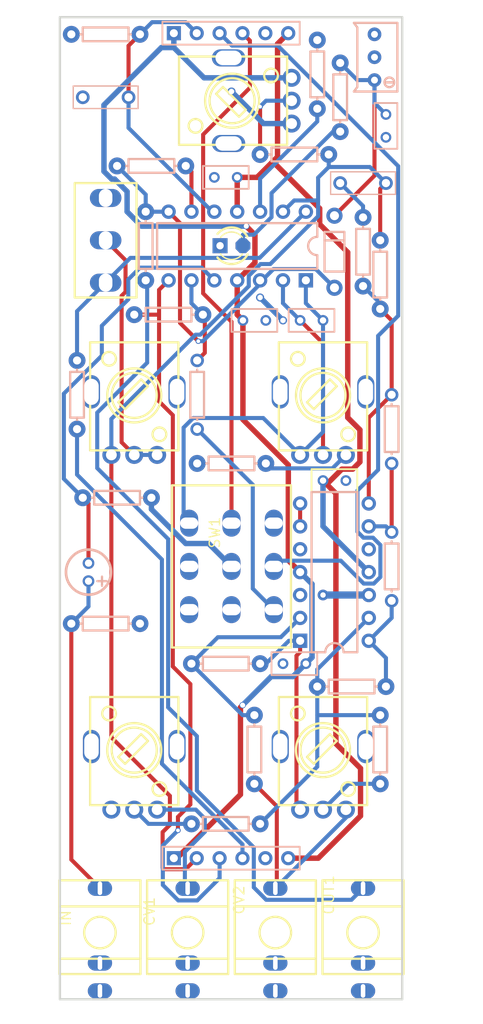
<source format=kicad_pcb>
(kicad_pcb (version 20171130) (host pcbnew "(5.1.5)-3") (page "A4") (layers (0 "F.Cu" signal) (31 "B.Cu" signal) (32 "B.Adhes" user) (33 "F.Adhes" user) (34 "B.Paste" user) (35 "F.Paste" user) (36 "B.SilkS" user) (37 "F.SilkS" user) (38 "B.Mask" user) (39 "F.Mask" user) (40 "Dwgs.User" user) (41 "Cmts.User" user) (42 "Eco1.User" user) (43 "Eco2.User" user) (44 "Edge.Cuts" user) (45 "Margin" user) (46 "B.CrtYd" user) (47 "F.CrtYd" user) (48 "B.Fab" user hide) (49 "F.Fab" user hide)) (net 0 "") (net 1 "+12V") (net 2 "-12V") (net 3 "AGND") (net 4 "AUDIOIN1") (net 5 "C2_1") (net 6 "C3_1") (net 7 "CV1_3") (net 8 "CV1_ADJ_4") (net 9 "CV1_ADJ_5") (net 10 "CV2_ADJ_4") (net 11 "CV2_ADJ_5") (net 12 "CVIN6") (net 13 "CVIN7") (net 14 "D1_2") (net 15 "DEEP_POT_4") (net 16 "DEEP_POT_5") (net 17 "LED1_+") (net 18 "OFFSET_POT_4") (net 19 "OFFSET_POT_5") (net 20 "OUT1_3") (net 21 "R10_1") (net 22 "R11_2") (net 23 "R14_2") (net 24 "R15_1") (net 25 "R15_2") (net 26 "R17_2") (net 27 "R18_1") (net 28 "R18_2") (net 29 "R19_2") (net 30 "R1_2") (net 31 "R21_2") (net 32 "R22_2") (net 33 "R23_2") (net 34 "R3_2") (net 35 "R4_2") (net 36 "R7_1") (net 37 "R9_1") (net 38 "R9_2") (net 39 "RES_POT_4") (net 40 "RES_POT_5") (net 41 "SW2_2") (net 42 "U2_6") (net 43 "VCA1") (net 44 "VCA3") (net 45 "VCAOUT") (net 46 "VCF1") (net 47 "VCF2") (segment (start 27.305 122.428) (end 29.845 124.968) (width 0.6) (layer "B.Cu") (net 3)) (segment (start 30.805 103.124) (end 27.686 103.124) (width 0.6) (layer "B.Cu") (net 3)) (segment (start 27.686 103.124) (end 24.13 99.568) (width 0.6) (layer "B.Cu") (net 3)) (segment (start 20.445 127.277) (end 20.956 127.277) (width 0.45) (layer "B.Cu") (net 30)) (segment (start 20.956 127.277) (end 27.305 120.928) (width 0.45) (layer "B.Cu") (net 30)) (segment (start 27.305 120.928) (end 27.305 120.523) (width 0.45) (layer "B.Cu") (net 30)) (segment (start 27.305 120.523) (end 27.537 120.523) (width 0.45) (layer "B.Cu") (net 30)) (segment (start 27.537 120.523) (end 28.79 119.27) (width 0.45) (layer "B.Cu") (net 30)) (segment (start 28.79 119.27) (end 33.482 119.27) (width 0.45) (layer "B.Cu") (net 30)) (segment (start 33.482 119.27) (end 35.56 121.348) (width 0.45) (layer "B.Cu") (net 30)) (segment (start 14.605 112.903) (end 17.145 112.903) (width 0.45) (layer "B.Cu") (net 30)) (segment (start 11.43 107.823) (end 14.605 110.998) (width 0.45) (layer "B.Cu") (net 30)) (segment (start 14.605 110.998) (end 14.605 112.903) (width 0.45) (layer "B.Cu") (net 30)) (segment (start 17.73 94.69) (end 16.341 94.69) (width 0.6) (layer "B.Cu") (net 1)) (segment (start 16.341 94.69) (end 9.973 101.057) (width 0.6) (layer "B.Cu") (net 1)) (segment (start 9.973 101.057) (end 9.973 108.43) (width 0.6) (layer "B.Cu") (net 1)) (segment (start 9.973 108.43) (end 10.828 109.284) (width 0.6) (layer "B.Cu") (net 1)) (segment (start 10.828 109.284) (end 11.159 109.284) (width 0.6) (layer "B.Cu") (net 1)) (segment (start 11.159 109.284) (end 12.541 110.666) (width 0.6) (layer "B.Cu") (net 1)) (segment (start 12.541 110.666) (end 12.541 112.9) (width 0.6) (layer "B.Cu") (net 1)) (segment (start 12.541 112.9) (end 14.149 114.509) (width 0.6) (layer "B.Cu") (net 1)) (segment (start 14.149 114.509) (end 25.768 114.509) (width 0.6) (layer "B.Cu") (net 1)) (segment (start 30.805 98.044) (end 21.084 98.044) (width 0.6) (layer "B.Cu") (net 1)) (segment (start 21.084 98.044) (end 17.73 94.69) (width 0.6) (layer "B.Cu") (net 1)) (segment (start 17.73 93.091) (end 17.73 94.69) (width 0.6) (layer "B.Cu") (net 1)) (segment (start 25.368 167.673) (end 28.54 164.5) (width 0.6) (layer "B.Cu") (net 1)) (segment (start 28.54 164.5) (end 30.953 164.5) (width 0.6) (layer "B.Cu") (net 1)) (segment (start 30.953 164.5) (end 32.385 163.068) (width 0.6) (layer "B.Cu") (net 1)) (segment (start 31.75 152.908) (end 33.074 154.231) (width 0.6) (layer "B.Cu") (net 1)) (segment (start 33.074 154.231) (end 33.074 162.379) (width 0.6) (layer "B.Cu") (net 1)) (segment (start 33.074 162.379) (end 32.385 163.068) (width 0.6) (layer "B.Cu") (net 1)) (segment (start 22.81 184.658) (end 22.81 186.869) (width 0.45) (layer "B.Cu") (net 4)) (segment (start 22.81 186.869) (end 20.333 189.346) (width 0.45) (layer "B.Cu") (net 4)) (segment (start 20.333 189.346) (end 18.221 189.346) (width 0.45) (layer "B.Cu") (net 4)) (segment (start 18.221 189.346) (end 16.507 187.631) (width 0.45) (layer "B.Cu") (net 4)) (segment (start 16.507 187.631) (end 16.507 183.251) (width 0.45) (layer "B.Cu") (net 4)) (segment (start 16.507 183.251) (end 18.185 181.572) (width 0.45) (layer "B.Cu") (net 4)) (segment (start 19.43 147.473) (end 18.813 146.855) (width 0.45) (layer "B.Cu") (net 47)) (segment (start 18.813 146.855) (end 18.813 136.869) (width 0.45) (layer "B.Cu") (net 47)) (segment (start 18.813 136.869) (end 19.878 135.804) (width 0.45) (layer "B.Cu") (net 47)) (segment (start 19.878 135.804) (end 27.656 135.804) (width 0.45) (layer "B.Cu") (net 47)) (segment (start 27.656 135.804) (end 31.75 139.898) (width 0.45) (layer "B.Cu") (net 47)) (segment (start 34.29 124.968) (end 34.29 137.358) (width 0.45) (layer "B.Cu") (net 47)) (segment (start 34.29 137.358) (end 31.75 139.898) (width 0.45) (layer "B.Cu") (net 47)) (segment (start 32.385 120.523) (end 32.385 123.063) (width 0.45) (layer "B.Cu") (net 47)) (segment (start 32.385 123.063) (end 34.29 124.968) (width 0.45) (layer "B.Cu") (net 47)) (segment (start 39.37 152.908) (end 34.29 147.828) (width 0.6) (layer "B.Cu") (net 2)) (segment (start 34.29 147.828) (end 34.29 142.748) (width 0.6) (layer "B.Cu") (net 2)) (segment (start 32.385 112.903) (end 27.258 118.03) (width 0.45) (layer "B.Cu") (net 33)) (segment (start 27.258 118.03) (end 12.907 118.03) (width 0.45) (layer "B.Cu") (net 33)) (segment (start 12.907 118.03) (end 10.16 120.777) (width 0.45) (layer "B.Cu") (net 33)) (segment (start 6.985 129.413) (end 6.985 123.952) (width 0.45) (layer "B.Cu") (net 33)) (segment (start 6.985 123.952) (end 10.16 120.777) (width 0.45) (layer "B.Cu") (net 33)) (segment (start 33.746 111.658) (end 33.746 113.407) (width 0.45) (layer "B.Cu") (net 12)) (segment (start 33.746 113.407) (end 28.437 118.716) (width 0.45) (layer "B.Cu") (net 12)) (segment (start 28.437 118.716) (end 27.352 118.716) (width 0.45) (layer "B.Cu") (net 12)) (segment (start 27.352 118.716) (end 26.048 120.019) (width 0.45) (layer "B.Cu") (net 12)) (segment (start 26.048 120.019) (end 26.048 121.166) (width 0.45) (layer "B.Cu") (net 12)) (segment (start 26.048 121.166) (end 20.659 126.555) (width 0.45) (layer "B.Cu") (net 12)) (segment (start 20.659 126.555) (end 20.147 126.555) (width 0.45) (layer "B.Cu") (net 12)) (segment (start 20.147 126.555) (end 10.795 135.906) (width 0.45) (layer "B.Cu") (net 12)) (segment (start 10.795 135.906) (end 10.795 139.898) (width 0.45) (layer "B.Cu") (net 12)) (segment (start 33.746 111.658) (end 31.09 111.658) (width 0.45) (layer "B.Cu") (net 12)) (segment (start 31.09 111.658) (end 29.845 112.903) (width 0.45) (layer "B.Cu") (net 12)) (segment (start 34.925 107.942) (end 33.746 109.121) (width 0.45) (layer "B.Cu") (net 12)) (segment (start 33.746 109.121) (end 33.746 111.658) (width 0.45) (layer "B.Cu") (net 12)) (segment (start 41.276 109.729) (end 39.489 107.942) (width 0.45) (layer "B.Cu") (net 12)) (segment (start 39.489 107.942) (end 34.925 107.942) (width 0.45) (layer "B.Cu") (net 12)) (segment (start 34.925 107.942) (end 34.925 106.553) (width 0.45) (layer "B.Cu") (net 12)) (segment (start 19.685 163.068) (end 19.685 163.1) (width 0.45) (layer "B.Cu") (net 38)) (segment (start 19.685 163.1) (end 25.367 168.783) (width 0.45) (layer "B.Cu") (net 38)) (segment (start 25.367 168.783) (end 26.67 168.783) (width 0.45) (layer "B.Cu") (net 38)) (segment (start 31.75 157.988) (end 29.603 160.134) (width 0.45) (layer "B.Cu") (net 38)) (segment (start 29.603 160.134) (end 22.618 160.134) (width 0.45) (layer "B.Cu") (net 38)) (segment (start 22.618 160.134) (end 19.685 163.068) (width 0.45) (layer "B.Cu") (net 38)) (segment (start 33.655 168.783) (end 33.655 165.608) (width 0.45) (layer "B.Cu") (net 24)) (segment (start 27.305 180.848) (end 33.655 174.498) (width 0.45) (layer "B.Cu") (net 24)) (segment (start 33.655 174.498) (end 33.655 168.783) (width 0.45) (layer "B.Cu") (net 24)) (segment (start 33.655 168.783) (end 40.64 168.783) (width 0.45) (layer "B.Cu") (net 24)) (segment (start 39.37 157.988) (end 33.655 163.703) (width 0.45) (layer "B.Cu") (net 24)) (segment (start 33.655 163.703) (end 33.655 165.608) (width 0.45) (layer "B.Cu") (net 24)) (segment (start 36.83 179.268) (end 36.83 180.161) (width 0.45) (layer "B.Cu") (net 22)) (segment (start 36.83 180.161) (end 28.998 187.993) (width 0.45) (layer "B.Cu") (net 22)) (segment (start 31.75 124.968) (end 29.845 123.063) (width 0.45) (layer "B.Cu") (net 6)) (segment (start 29.845 123.063) (end 29.845 120.523) (width 0.45) (layer "B.Cu") (net 6)) (segment (start 40.64 123.698) (end 40.64 123.063) (width 0.45) (layer "B.Cu") (net 28)) (segment (start 40.64 123.063) (end 38.735 121.158) (width 0.45) (layer "B.Cu") (net 28)) (segment (start 40.005 98.298) (end 40.005 100.838) (width 0.45) (layer "B.Cu") (net 14)) (segment (start 40.005 100.838) (end 41.275 102.108) (width 0.45) (layer "B.Cu") (net 14)) (segment (start 36.195 96.393) (end 38.1 98.298) (width 0.45) (layer "B.Cu") (net 14)) (segment (start 38.1 98.298) (end 40.005 98.298) (width 0.45) (layer "B.Cu") (net 14)) (segment (start 22.225 112.903) (end 21.997 112.903) (width 0.45) (layer "B.Cu") (net 45)) (segment (start 21.997 112.903) (end 12.701 103.607) (width 0.45) (layer "B.Cu") (net 45)) (segment (start 12.701 103.607) (end 12.701 100.204) (width 0.45) (layer "B.Cu") (net 45)) (segment (start 20.27 93.091) (end 19.047 91.868) (width 0.45) (layer "B.Cu") (net 45)) (segment (start 19.047 91.868) (end 15.32 91.868) (width 0.45) (layer "B.Cu") (net 45)) (segment (start 15.32 91.868) (end 13.97 93.218) (width 0.45) (layer "B.Cu") (net 45)) (segment (start 39.37 147.828) (end 41.275 147.828) (width 0.45) (layer "B.Cu") (net 26)) (segment (start 41.275 147.828) (end 41.91 148.463) (width 0.45) (layer "B.Cu") (net 26)) (segment (start 40.64 176.403) (end 37.155 176.403) (width 0.45) (layer "B.Cu") (net 25)) (segment (start 37.155 176.403) (end 34.29 179.268) (width 0.45) (layer "B.Cu") (net 25)) (segment (start 19.685 180.848) (end 14.915 180.848) (width 0.45) (layer "B.Cu") (net 31)) (segment (start 14.915 180.848) (end 13.335 179.268) (width 0.45) (layer "B.Cu") (net 31)) (segment (start 39.37 160.528) (end 41.275 162.433) (width 0.45) (layer "B.Cu") (net 32)) (segment (start 41.275 162.433) (end 41.275 165.608) (width 0.45) (layer "B.Cu") (net 32)) (segment (start 39.37 160.528) (end 41.91 157.988) (width 0.45) (layer "B.Cu") (net 32)) (segment (start 41.91 157.988) (end 41.91 156.083) (width 0.45) (layer "B.Cu") (net 32)) (segment (start 27.94 140.843) (end 28.49 141.393) (width 0.45) (layer "B.Cu") (net 21)) (segment (start 28.49 141.393) (end 35.335 141.393) (width 0.45) (layer "B.Cu") (net 21)) (segment (start 35.335 141.393) (end 36.83 139.898) (width 0.45) (layer "B.Cu") (net 21)) (segment (start 38.735 187.993) (end 37.453 189.275) (width 0.45) (layer "B.Cu") (net 20)) (segment (start 37.453 189.275) (end 27.983 189.275) (width 0.45) (layer "B.Cu") (net 20)) (segment (start 27.983 189.275) (end 26.607 187.899) (width 0.45) (layer "B.Cu") (net 20)) (segment (start 26.607 187.899) (end 26.607 183.471) (width 0.45) (layer "B.Cu") (net 20)) (segment (start 26.607 183.471) (end 20.287 177.15) (width 0.45) (layer "B.Cu") (net 20)) (segment (start 20.287 177.15) (end 20.287 171.113) (width 0.45) (layer "B.Cu") (net 20)) (segment (start 20.287 171.113) (end 17.096 167.922) (width 0.45) (layer "B.Cu") (net 20)) (segment (start 17.096 167.922) (end 17.096 149.234) (width 0.45) (layer "B.Cu") (net 20)) (segment (start 17.096 149.234) (end 9.227 141.365) (width 0.45) (layer "B.Cu") (net 20)) (segment (start 9.227 141.365) (end 9.227 135.204) (width 0.45) (layer "B.Cu") (net 20)) (segment (start 9.227 135.204) (end 14.77 129.661) (width 0.45) (layer "B.Cu") (net 20)) (segment (start 14.77 129.661) (end 14.77 120.688) (width 0.45) (layer "B.Cu") (net 20)) (segment (start 14.77 120.688) (end 14.605 120.523) (width 0.45) (layer "B.Cu") (net 20)) (segment (start 36.195 109.729) (end 38.735 112.269) (width 0.45) (layer "B.Cu") (net 27)) (segment (start 38.735 112.269) (end 38.735 113.538) (width 0.45) (layer "B.Cu") (net 27)) (segment (start 33.655 101.473) (end 33.655 102.883) (width 0.45) (layer "B.Cu") (net 29)) (segment (start 33.655 102.883) (end 27.305 109.233) (width 0.45) (layer "B.Cu") (net 29)) (segment (start 27.305 109.233) (end 27.305 112.903) (width 0.45) (layer "B.Cu") (net 29)) (segment (start 20.32 137.033) (end 26.493 143.206) (width 0.45) (layer "B.Cu") (net 43)) (segment (start 26.493 143.206) (end 26.493 154.736) (width 0.45) (layer "B.Cu") (net 43)) (segment (start 26.493 154.736) (end 28.83 157.073) (width 0.45) (layer "B.Cu") (net 43)) (segment (start 15.875 139.898) (end 13.335 139.898) (width 0.45) (layer "B.Cu") (net 41)) (segment (start 6.985 137.033) (end 6.985 142.087) (width 0.45) (layer "B.Cu") (net 13)) (segment (start 6.985 142.087) (end 16.407 151.508) (width 0.45) (layer "B.Cu") (net 13)) (segment (start 16.407 151.508) (end 16.407 174.178) (width 0.45) (layer "B.Cu") (net 13)) (segment (start 16.407 174.178) (end 25.35 183.121) (width 0.45) (layer "B.Cu") (net 13)) (segment (start 25.35 183.121) (end 25.35 184.658) (width 0.45) (layer "B.Cu") (net 13)) (segment (start 7.62 144.653) (end 5.522 142.555) (width 0.45) (layer "B.Cu") (net 36)) (segment (start 5.522 142.555) (end 5.522 133.095) (width 0.45) (layer "B.Cu") (net 36)) (segment (start 5.522 133.095) (end 9.733 128.884) (width 0.45) (layer "B.Cu") (net 36)) (segment (start 9.733 128.884) (end 9.733 125.57) (width 0.45) (layer "B.Cu") (net 36)) (segment (start 9.733 125.57) (end 12.673 122.63) (width 0.45) (layer "B.Cu") (net 36)) (segment (start 12.673 122.63) (end 12.673 120.42) (width 0.45) (layer "B.Cu") (net 36)) (segment (start 12.673 120.42) (end 13.981 119.113) (width 0.45) (layer "B.Cu") (net 36)) (segment (start 13.981 119.113) (end 20.815 119.113) (width 0.45) (layer "B.Cu") (net 36)) (segment (start 20.815 119.113) (end 22.225 120.523) (width 0.45) (layer "B.Cu") (net 36)) (segment (start 31.75 160.528) (end 30.499 160.528) (width 0.45) (layer "B.Cu") (net 37)) (segment (start 30.499 160.528) (end 27.96 163.068) (width 0.45) (layer "B.Cu") (net 37)) (segment (start 27.96 163.068) (end 27.305 163.068) (width 0.45) (layer "B.Cu") (net 37)) (segment (start 25.4 116.681) (end 25.4 115.456) (width 0.45) (layer "B.Cu") (net 17)) (segment (start 25.4 115.456) (end 26.625 115.456) (width 0.45) (layer "B.Cu") (net 17)) (segment (start 26.625 115.456) (end 28.575 113.506) (width 0.45) (layer "B.Cu") (net 17)) (segment (start 28.575 113.506) (end 28.575 110.843) (width 0.45) (layer "B.Cu") (net 17)) (segment (start 28.575 110.843) (end 35.405 104.013) (width 0.45) (layer "B.Cu") (net 17)) (segment (start 35.405 104.013) (end 36.195 104.013) (width 0.45) (layer "B.Cu") (net 17)) (segment (start 20.955 124.333) (end 19.685 123.063) (width 0.45) (layer "B.Cu") (net 35)) (segment (start 19.685 123.063) (end 19.685 120.523) (width 0.45) (layer "B.Cu") (net 35)) (segment (start 28.83 152.273) (end 29.465 151.638) (width 0.45) (layer "B.Cu") (net 44)) (segment (start 29.465 151.638) (end 36.269 151.638) (width 0.45) (layer "B.Cu") (net 44)) (segment (start 36.269 151.638) (end 38.809 154.178) (width 0.45) (layer "B.Cu") (net 44)) (segment (start 38.809 154.178) (end 39.932 154.178) (width 0.45) (layer "B.Cu") (net 44)) (segment (start 39.932 154.178) (end 40.661 153.449) (width 0.45) (layer "B.Cu") (net 44)) (segment (start 40.661 153.449) (end 40.661 149.901) (width 0.45) (layer "B.Cu") (net 44)) (segment (start 40.661 149.901) (end 39.845 149.085) (width 0.45) (layer "B.Cu") (net 44)) (segment (start 39.845 149.085) (end 38.77 149.085) (width 0.45) (layer "B.Cu") (net 44)) (segment (start 38.77 149.085) (end 38.113 148.427) (width 0.45) (layer "B.Cu") (net 44)) (segment (start 38.113 148.427) (end 38.113 143.851) (width 0.45) (layer "B.Cu") (net 44)) (segment (start 38.113 143.851) (end 40.407 141.557) (width 0.45) (layer "B.Cu") (net 44)) (segment (start 40.407 141.557) (end 40.407 126.683) (width 0.45) (layer "B.Cu") (net 44)) (segment (start 40.407 126.683) (end 42.637 124.452) (width 0.45) (layer "B.Cu") (net 44)) (segment (start 42.637 124.452) (end 42.637 107.846) (width 0.45) (layer "B.Cu") (net 44)) (segment (start 42.637 107.846) (end 29.259 94.467) (width 0.45) (layer "B.Cu") (net 44)) (segment (start 29.259 94.467) (end 24.186 94.467) (width 0.45) (layer "B.Cu") (net 44)) (segment (start 24.186 94.467) (end 22.81 93.091) (width 0.45) (layer "B.Cu") (net 44)) (segment (start 6.35 158.623) (end 8.255 156.718) (width 0.45) (layer "B.Cu") (net 5)) (segment (start 8.255 156.718) (end 8.255 153.908) (width 0.45) (layer "B.Cu") (net 5)) (segment (start 19.262 187.993) (end 18.953 187.684) (width 0.45) (layer "B.Cu") (net 7)) (segment (start 18.953 187.684) (end 18.953 183.954) (width 0.45) (layer "B.Cu") (net 7)) (segment (start 18.953 183.954) (end 21.166 181.741) (width 0.45) (layer "B.Cu") (net 7)) (segment (start 21.166 181.741) (end 21.166 180.266) (width 0.45) (layer "B.Cu") (net 7)) (segment (start 21.166 180.266) (end 20.168 179.268) (width 0.45) (layer "B.Cu") (net 7)) (segment (start 20.168 179.268) (end 15.875 179.268) (width 0.45) (layer "B.Cu") (net 7)) (segment (start 30.805 100.584) (end 27.962 100.584) (width 0.45) (layer "B.Cu") (net 23)) (segment (start 27.962 100.584) (end 27.305 101.241) (width 0.45) (layer "B.Cu") (net 23)) (segment (start 15.24 144.653) (end 15.24 145.923) (width 0.6) (layer "B.Cu") (net 3)) (segment (start 15.24 145.923) (end 19.05 149.733) (width 0.6) (layer "B.Cu") (net 3)) (segment (start 19.05 149.733) (end 21.59 149.733) (width 0.6) (layer "B.Cu") (net 3)) (segment (start 21.59 149.733) (end 24.13 152.273) (width 0.6) (layer "B.Cu") (net 3)) (segment (start 39.37 155.448) (end 39.37 155.448) (width 0.8) (layer "B.Cu") (net 3)) (segment (start 39.37 155.448) (end 34.29 155.448) (width 0.8) (layer "B.Cu") (net 3)) (gr_line (start 5.08 91.313) (end 43.08 91.313) (width 0.254) (layer "Edge.Cuts")) (gr_line (start 43.08 91.313) (end 43.08 200.313) (width 0.254) (layer "Edge.Cuts")) (gr_line (start 43.08 200.313) (end 5.08 200.313) (width 0.254) (layer "Edge.Cuts")) (gr_line (start 5.08 200.313) (end 5.08 91.313) (width 0.254) (layer "Edge.Cuts")) (segment (start 31.75 152.908) (end 30.439 151.597) (width 0.6) (layer "F.Cu") (net 1)) (segment (start 30.439 151.597) (end 30.439 141.012) (width 0.6) (layer "F.Cu") (net 1)) (segment (start 30.439 141.012) (end 25.4 135.973) (width 0.6) (layer "F.Cu") (net 1)) (segment (start 25.4 135.973) (end 25.4 124.968) (width 0.6) (layer "F.Cu") (net 1)) (segment (start 17.145 112.903) (end 18.415 114.173) (width 0.45) (layer "F.Cu") (net 30)) (segment (start 18.415 114.173) (end 18.415 125.246) (width 0.45) (layer "F.Cu") (net 30)) (segment (start 18.415 125.246) (end 20.445 127.277) (width 0.45) (layer "F.Cu") (net 30)) (segment (start 25.768 114.509) (end 26.734 115.475) (width 0.6) (layer "F.Cu") (net 1)) (segment (start 26.734 115.475) (end 26.734 118.554) (width 0.6) (layer "F.Cu") (net 1)) (segment (start 26.734 118.554) (end 24.765 120.523) (width 0.6) (layer "F.Cu") (net 1)) (segment (start 25.4 124.968) (end 24.765 124.333) (width 0.6) (layer "F.Cu") (net 1)) (segment (start 24.765 124.333) (end 24.765 120.523) (width 0.6) (layer "F.Cu") (net 1)) (segment (start 17.73 184.658) (end 18.059 184.658) (width 0.6) (layer "F.Cu") (net 1)) (segment (start 18.059 184.658) (end 25.127 177.59) (width 0.6) (layer "F.Cu") (net 1)) (segment (start 25.127 177.59) (end 25.127 167.914) (width 0.6) (layer "F.Cu") (net 1)) (segment (start 25.127 167.914) (end 25.368 167.673) (width 0.6) (layer "F.Cu") (net 1)) (segment (start 16.09 124.333) (end 16.09 133.962) (width 0.45) (layer "F.Cu") (net 4)) (segment (start 16.09 133.962) (end 17.617 135.489) (width 0.45) (layer "F.Cu") (net 4)) (segment (start 17.617 135.489) (end 17.617 163.384) (width 0.45) (layer "F.Cu") (net 4)) (segment (start 17.617 163.384) (end 19.565 165.333) (width 0.45) (layer "F.Cu") (net 4)) (segment (start 19.565 165.333) (end 19.565 178.693) (width 0.45) (layer "F.Cu") (net 4)) (segment (start 19.565 178.693) (end 18.185 180.073) (width 0.45) (layer "F.Cu") (net 4)) (segment (start 18.185 180.073) (end 18.185 181.572) (width 0.45) (layer "F.Cu") (net 4)) (segment (start 17.145 120.523) (end 16.09 121.578) (width 0.45) (layer "F.Cu") (net 4)) (segment (start 16.09 121.578) (end 16.09 124.333) (width 0.45) (layer "F.Cu") (net 4)) (segment (start 13.335 124.333) (end 16.09 124.333) (width 0.45) (layer "F.Cu") (net 4)) (segment (start 28.717 107.342) (end 26.966 109.093) (width 0.6) (layer "F.Cu") (net 2)) (segment (start 26.966 109.093) (end 24.765 109.093) (width 0.6) (layer "F.Cu") (net 2)) (segment (start 30.43 93.091) (end 29.242 94.279) (width 0.6) (layer "F.Cu") (net 2)) (segment (start 29.242 94.279) (end 29.242 106.816) (width 0.6) (layer "F.Cu") (net 2)) (segment (start 29.242 106.816) (end 28.717 107.342) (width 0.6) (layer "F.Cu") (net 2)) (segment (start 28.717 107.342) (end 33.922 112.548) (width 0.6) (layer "F.Cu") (net 2)) (segment (start 33.922 112.548) (end 33.922 114.3) (width 0.6) (layer "F.Cu") (net 2)) (segment (start 33.922 114.3) (end 37.034 117.412) (width 0.6) (layer "F.Cu") (net 2)) (segment (start 37.034 117.412) (end 37.034 135.756) (width 0.6) (layer "F.Cu") (net 2)) (segment (start 37.034 135.756) (end 38.386 137.108) (width 0.6) (layer "F.Cu") (net 2)) (segment (start 38.386 137.108) (end 38.386 140.681) (width 0.6) (layer "F.Cu") (net 2)) (segment (start 38.386 140.681) (end 37.589 141.478) (width 0.6) (layer "F.Cu") (net 2)) (segment (start 37.589 141.478) (end 36.38 141.478) (width 0.6) (layer "F.Cu") (net 2)) (segment (start 36.38 141.478) (end 34.7 143.158) (width 0.6) (layer "F.Cu") (net 2)) (segment (start 34.7 143.158) (end 34.29 142.748) (width 0.6) (layer "F.Cu") (net 2)) (segment (start 30.43 184.658) (end 33.765 184.658) (width 0.6) (layer "F.Cu") (net 2)) (segment (start 33.765 184.658) (end 38.456 179.967) (width 0.6) (layer "F.Cu") (net 2)) (segment (start 38.456 179.967) (end 38.456 174.687) (width 0.6) (layer "F.Cu") (net 2)) (segment (start 38.456 174.687) (end 35.722 171.953) (width 0.6) (layer "F.Cu") (net 2)) (segment (start 35.722 171.953) (end 35.722 144.18) (width 0.6) (layer "F.Cu") (net 2)) (segment (start 35.722 144.18) (end 34.7 143.158) (width 0.6) (layer "F.Cu") (net 2)) (segment (start 24.765 112.903) (end 24.765 109.093) (width 0.6) (layer "F.Cu") (net 2)) (segment (start 19.05 107.823) (end 19.685 108.458) (width 0.45) (layer "F.Cu") (net 34)) (segment (start 19.685 108.458) (end 19.685 112.903) (width 0.45) (layer "F.Cu") (net 34)) (segment (start 10.795 139.898) (end 10.795 171.244) (width 0.45) (layer "F.Cu") (net 12)) (segment (start 10.795 171.244) (end 17.292 177.741) (width 0.45) (layer "F.Cu") (net 12)) (segment (start 17.292 177.741) (end 17.292 180.955) (width 0.45) (layer "F.Cu") (net 12)) (segment (start 17.292 180.955) (end 16.484 181.763) (width 0.45) (layer "F.Cu") (net 12)) (segment (start 16.484 181.763) (end 16.484 185.727) (width 0.45) (layer "F.Cu") (net 12)) (segment (start 16.484 185.727) (end 16.638 185.881) (width 0.45) (layer "F.Cu") (net 12)) (segment (start 16.638 185.881) (end 19.047 185.881) (width 0.45) (layer "F.Cu") (net 12)) (segment (start 19.047 185.881) (end 20.27 184.658) (width 0.45) (layer "F.Cu") (net 12)) (segment (start 41.276 109.729) (end 40.64 110.365) (width 0.45) (layer "F.Cu") (net 12)) (segment (start 40.64 110.365) (end 40.64 116.078) (width 0.45) (layer "F.Cu") (net 12)) (segment (start 26.67 176.403) (end 29.16 178.893) (width 0.45) (layer "F.Cu") (net 22)) (segment (start 29.16 178.893) (end 29.16 187.831) (width 0.45) (layer "F.Cu") (net 22)) (segment (start 29.16 187.831) (end 28.998 187.993) (width 0.45) (layer "F.Cu") (net 22)) (segment (start 31.75 124.968) (end 34.29 127.508) (width 0.45) (layer "F.Cu") (net 6)) (segment (start 34.29 127.508) (end 34.29 139.898) (width 0.45) (layer "F.Cu") (net 6)) (segment (start 41.91 133.223) (end 41.91 124.968) (width 0.45) (layer "F.Cu") (net 28)) (segment (start 41.91 124.968) (end 40.64 123.698) (width 0.45) (layer "F.Cu") (net 28)) (segment (start 39.37 145.288) (end 39.37 135.763) (width 0.45) (layer "F.Cu") (net 28)) (segment (start 39.37 135.763) (end 41.91 133.223) (width 0.45) (layer "F.Cu") (net 28)) (segment (start 35.56 113.348) (end 40.005 108.903) (width 0.45) (layer "F.Cu") (net 14)) (segment (start 40.005 108.903) (end 40.005 98.298) (width 0.45) (layer "F.Cu") (net 14)) (segment (start 12.701 100.204) (end 12.701 94.487) (width 0.45) (layer "F.Cu") (net 45)) (segment (start 12.701 94.487) (end 13.97 93.218) (width 0.45) (layer "F.Cu") (net 45)) (segment (start 41.91 148.463) (end 41.91 140.843) (width 0.45) (layer "F.Cu") (net 26)) (segment (start 10.16 116.078) (end 12.367 118.285) (width 0.45) (layer "F.Cu") (net 41)) (segment (start 12.367 118.285) (end 12.367 121.805) (width 0.45) (layer "F.Cu") (net 41)) (segment (start 12.367 121.805) (end 11.93 122.243) (width 0.45) (layer "F.Cu") (net 41)) (segment (start 11.93 122.243) (end 11.93 138.493) (width 0.45) (layer "F.Cu") (net 41)) (segment (start 11.93 138.493) (end 13.335 139.898) (width 0.45) (layer "F.Cu") (net 41)) (segment (start 7.62 144.653) (end 8.255 145.288) (width 0.45) (layer "F.Cu") (net 36)) (segment (start 8.255 145.288) (end 8.255 151.908) (width 0.45) (layer "F.Cu") (net 36)) (segment (start 31.75 160.528) (end 31.75 161.778) (width 0.45) (layer "F.Cu") (net 37)) (segment (start 31.75 161.778) (end 31.344 162.185) (width 0.45) (layer "F.Cu") (net 37)) (segment (start 31.344 162.185) (end 31.344 178.861) (width 0.45) (layer "F.Cu") (net 37)) (segment (start 31.344 178.861) (end 31.75 179.268) (width 0.45) (layer "F.Cu") (net 37)) (segment (start 24.13 147.473) (end 24.13 125.115) (width 0.45) (layer "F.Cu") (net 46)) (segment (start 24.13 125.115) (end 20.984 121.969) (width 0.45) (layer "F.Cu") (net 46)) (segment (start 20.984 121.969) (end 20.984 104.339) (width 0.45) (layer "F.Cu") (net 46)) (segment (start 20.984 104.339) (end 26.173 99.151) (width 0.45) (layer "F.Cu") (net 46)) (segment (start 26.173 99.151) (end 26.173 93.914) (width 0.45) (layer "F.Cu") (net 46)) (segment (start 26.173 93.914) (end 25.35 93.091) (width 0.45) (layer "F.Cu") (net 46)) (segment (start 31.75 147.828) (end 31.75 145.288) (width 0.45) (layer "F.Cu") (net 42)) (segment (start 20.32 129.413) (end 21.167 128.566) (width 0.45) (layer "F.Cu") (net 35)) (segment (start 21.167 128.566) (end 21.167 124.545) (width 0.45) (layer "F.Cu") (net 35)) (segment (start 21.167 124.545) (end 20.955 124.333) (width 0.45) (layer "F.Cu") (net 35)) (segment (start 6.35 158.623) (end 6.35 184.818) (width 0.45) (layer "F.Cu") (net 5)) (segment (start 6.35 184.818) (end 9.525 187.993) (width 0.45) (layer "F.Cu") (net 5)) (segment (start 27.305 101.241) (end 27.305 106.553) (width 0.45) (layer "F.Cu") (net 23)) (zone (net 3) (net_name "AGND") (layer "F.Cu") (hatch edge 0.508) (connect_pads (clearance 0.254)) (polygon (pts (xy 1.905 90.043) (xy 50.165 90.043) (xy 50.8 89.408) (xy 50.8 201.803) (xy 52.07 203.073) (xy -0.635 203.073)))) (module "easyeda:THONKICONN" (layer "F.Cu") (at 28.998 192.913) (fp_text value "CV 2 IN" (at 0 -8.128 0) (layer "F.Fab") hide (effects (font (size 1.143 1.143) (thickness 0.152)) (justify left))) (fp_text reference "CV2" (at -4.022 -1.905 -90) (layer "F.SilkS") (effects (font (size 1.143 1.143) (thickness 0.152)) (justify left))) (fp_arc (start 0 0) (end -1.75 0) (angle 180) (width 0.254) (layer "F.SilkS")) (fp_arc (start 0 0) (end 1.75 0) (angle 180) (width 0.254) (layer "F.SilkS")) (fp_line (start -4.5 -5.805) (end 4.5 -5.805) (width 0.254) (layer "F.SilkS")) (fp_line (start 4.5 -5.805) (end 4.5 2.905) (width 0.254) (layer "F.SilkS")) (fp_line (start 4.5 2.905) (end -4.5 2.905) (width 0.254) (layer "F.SilkS")) (fp_line (start -4.5 2.905) (end -4.5 -5.805) (width 0.254) (layer "F.SilkS")) (fp_line (start -4.5 -2.905) (end 4.5 -2.905) (width 0.254) (layer "F.SilkS")) (fp_line (start 4.5 -2.905) (end 4.5 4.605) (width 0.254) (layer "F.SilkS")) (fp_line (start 4.5 4.605) (end -4.5 4.605) (width 0.254) (layer "F.SilkS")) (fp_line (start -4.5 4.605) (end -4.5 -2.905) (width 0.254) (layer "F.SilkS")) (pad 3 thru_hole oval (at 0 -4.92 0) (size 2.7 1.7) (layers "*.Cu" "*.Paste" "*.Mask") (drill oval 0.5 1.5) (net 22 "R11_2")) (pad 2 thru_hole oval (at 0 3.38 0) (size 2.7 1.7) (layers "*.Cu" "*.Paste" "*.Mask") (drill oval 0.5 1.5) (net 3 "AGND")) (pad 1 thru_hole oval (at 0 6.48 0) (size 2.7 1.7) (layers "*.Cu" "*.Paste" "*.Mask") (drill oval 0.5 1.5) (net 3 "AGND")) (fp_text user ggee265b074a91ab4ec (at 0 0) (layer "Cmts.User") (effects (font (size 1 1) (thickness 0.15))))) (module "easyeda:THONKICONN" (layer "F.Cu") (at 38.735 192.913) (fp_text value "AUDIO OUT" (at 0 -8.128 0) (layer "F.Fab") hide (effects (font (size 1.143 1.143) (thickness 0.152)) (justify left))) (fp_text reference "OUT1" (at -3.81 -1.905 -90) (layer "F.SilkS") (effects (font (size 1.143 1.143) (thickness 0.152)) (justify left))) (fp_arc (start 0 0) (end -1.75 0) (angle 180) (width 0.254) (layer "F.SilkS")) (fp_arc (start 0 0) (end 1.75 0) (angle 180) (width 0.254) (layer "F.SilkS")) (fp_line (start -4.5 -5.805) (end 4.5 -5.805) (width 0.254) (layer "F.SilkS")) (fp_line (start 4.5 -5.805) (end 4.5 2.905) (width 0.254) (layer "F.SilkS")) (fp_line (start 4.5 2.905) (end -4.5 2.905) (width 0.254) (layer "F.SilkS")) (fp_line (start -4.5 2.905) (end -4.5 -5.805) (width 0.254) (layer "F.SilkS")) (fp_line (start -4.5 -2.905) (end 4.5 -2.905) (width 0.254) (layer "F.SilkS")) (fp_line (start 4.5 -2.905) (end 4.5 4.605) (width 0.254) (layer "F.SilkS")) (fp_line (start 4.5 4.605) (end -4.5 4.605) (width 0.254) (layer "F.SilkS")) (fp_line (start -4.5 4.605) (end -4.5 -2.905) (width 0.254) (layer "F.SilkS")) (pad 3 thru_hole oval (at 0 -4.92 0) (size 2.7 1.7) (layers "*.Cu" "*.Paste" "*.Mask") (drill oval 0.5 1.5) (net 20 "OUT1_3")) (pad 2 thru_hole oval (at 0 3.38 0) (size 2.7 1.7) (layers "*.Cu" "*.Paste" "*.Mask") (drill oval 0.5 1.5)) (pad 1 thru_hole oval (at 0 6.48 0) (size 2.7 1.7) (layers "*.Cu" "*.Paste" "*.Mask") (drill oval 0.5 1.5) (net 3 "AGND")) (fp_text user gge0a0666a922c89c12 (at 0 0) (layer "Cmts.User") (effects (font (size 1 1) (thickness 0.15))))) (module "easyeda:R09-5KΩ" (layer "F.Cu") (at 13.335 175.768) (fp_text value "100k" (at 0.635 -6.985 0) (layer "F.Fab") (effects (font (size 1.143 1.143) (thickness 0.152)) (justify left))) (fp_text reference "CV1_ADJ" (at -1.905 -7.62 0) (layer "F.SilkS") hide (effects (font (size 1.143 1.143) (thickness 0.152)) (justify left))) (fp_line (start -4.9 -9) (end 4.9 -9) (width 0.254) (layer "F.SilkS")) (fp_line (start 4.9 -9) (end 4.9 3) (width 0.254) (layer "F.SilkS")) (fp_line (start -4.9 -9) (end -4.9 3) (width 0.254) (layer "F.SilkS")) (fp_line (start -4.9 3) (end 4.9 3) (width 0.254) (layer "F.SilkS")) (fp_line (start 0.762 -4.882) (end -1.778 -2.342) (width 0.254) (layer "F.SilkS")) (fp_line (start -1.778 -2.342) (end -1.016 -1.58) (width 0.254) (layer "F.SilkS")) (fp_line (start -1.016 -1.58) (end 1.524 -4.12) (width 0.254) (layer "F.SilkS")) (fp_line (start 1.524 -4.12) (end 0.762 -4.882) (width 0.254) (layer "F.SilkS")) (fp_circle (center -2.794 -7.168) (end -2.032 -7.168) (layer "F.SilkS") (width 0.254)) (fp_circle (center 2.794 1.214) (end 3.556 1.214) (layer "F.SilkS") (width 0.254)) (fp_circle (center 0 -3.104) (end 3 -3.104) (layer "F.SilkS") (width 0.254)) (fp_circle (center 0 -3.104) (end 2.5 -3.104) (layer "F.SilkS") (width 0.254)) (pad 1 thru_hole circle (at -2.54 3.5 0) (size 2 2) (layers "*.Cu" "*.Paste" "*.Mask") (drill 1.2) (net 3 "AGND")) (pad 2 thru_hole circle (at 0 3.5 0) (size 2 2) (layers "*.Cu" "*.Paste" "*.Mask") (drill 1.2) (net 31 "R21_2")) (pad 3 thru_hole circle (at 2.54 3.5 0) (size 2 2) (layers "*.Cu" "*.Paste" "*.Mask") (drill 1.2) (net 7 "CV1_3")) (pad 4 thru_hole oval (at 4.75 -3.5 0) (size 1.9 3.7) (layers "*.Cu" "*.Paste" "*.Mask") (drill oval 1.6 2.9) (net 8 "CV1_ADJ_4")) (pad 5 thru_hole oval (at -4.75 -3.5 0) (size 1.9 3.7) (layers "*.Cu" "*.Paste" "*.Mask") (drill oval 1.6 2.9) (net 9 "CV1_ADJ_5")) (fp_text user gged76d6543b6dcc533 (at 0 0) (layer "Cmts.User") (effects (font (size 1 1) (thickness 0.15))))) (module "easyeda:R09-5KΩ" (layer "F.Cu") (at 34.29 175.768) (fp_text value "100k" (at 0.635 -6.985 0) (layer "F.Fab") (effects (font (size 1.143 1.143) (thickness 0.152)) (justify left))) (fp_text reference "CV2_ADJ" (at 0 -9.708 0) (layer "F.SilkS") hide (effects (font (size 1.143 1.143) (thickness 0.152)) (justify left))) (fp_line (start -4.9 -9) (end 4.9 -9) (width 0.254) (layer "F.SilkS")) (fp_line (start 4.9 -9) (end 4.9 3) (width 0.254) (layer "F.SilkS")) (fp_line (start -4.9 -9) (end -4.9 3) (width 0.254) (layer "F.SilkS")) (fp_line (start -4.9 3) (end 4.9 3) (width 0.254) (layer "F.SilkS")) (fp_line (start 0.762 -4.882) (end -1.778 -2.342) (width 0.254) (layer "F.SilkS")) (fp_line (start -1.778 -2.342) (end -1.016 -1.58) (width 0.254) (layer "F.SilkS")) (fp_line (start -1.016 -1.58) (end 1.524 -4.12) (width 0.254) (layer "F.SilkS")) (fp_line (start 1.524 -4.12) (end 0.762 -4.882) (width 0.254) (layer "F.SilkS")) (fp_circle (center -2.794 -7.168) (end -2.032 -7.168) (layer "F.SilkS") (width 0.254)) (fp_circle (center 2.794 1.214) (end 3.556 1.214) (layer "F.SilkS") (width 0.254)) (fp_circle (center 0 -3.104) (end 3 -3.104) (layer "F.SilkS") (width 0.254)) (fp_circle (center 0 -3.104) (end 2.5 -3.104) (layer "F.SilkS") (width 0.254)) (pad 1 thru_hole circle (at -2.54 3.5 0) (size 2 2) (layers "*.Cu" "*.Paste" "*.Mask") (drill 1.2) (net 37 "R9_1")) (pad 2 thru_hole circle (at 0 3.5 0) (size 2 2) (layers "*.Cu" "*.Paste" "*.Mask") (drill 1.2) (net 25 "R15_2")) (pad 3 thru_hole circle (at 2.54 3.5 0) (size 2 2) (layers "*.Cu" "*.Paste" "*.Mask") (drill 1.2) (net 22 "R11_2")) (pad 4 thru_hole oval (at 4.75 -3.5 0) (size 1.9 3.7) (layers "*.Cu" "*.Paste" "*.Mask") (drill oval 1.6 2.9) (net 10 "CV2_ADJ_4")) (pad 5 thru_hole oval (at -4.75 -3.5 0) (size 1.9 3.7) (layers "*.Cu" "*.Paste" "*.Mask") (drill oval 1.6 2.9) (net 11 "CV2_ADJ_5")) (fp_text user ggec90dad9f442857a1 (at 0 0) (layer "Cmts.User") (effects (font (size 1 1) (thickness 0.15))))) (module "easyeda:R09-5KΩ" (layer "F.Cu") (at 13.335 136.398) (fp_text value "500k" (at -0.635 -6.985 0) (layer "F.Fab") (effects (font (size 1.143 1.143) (thickness 0.152)) (justify left))) (fp_text reference "DEEP_POT" (at 0 -9.708 0) (layer "F.SilkS") hide (effects (font (size 1.143 1.143) (thickness 0.152)) (justify left))) (fp_line (start -4.9 -9) (end 4.9 -9) (width 0.254) (layer "F.SilkS")) (fp_line (start 4.9 -9) (end 4.9 3) (width 0.254) (layer "F.SilkS")) (fp_line (start -4.9 -9) (end -4.9 3) (width 0.254) (layer "F.SilkS")) (fp_line (start -4.9 3) (end 4.9 3) (width 0.254) (layer "F.SilkS")) (fp_line (start 0.762 -4.882) (end -1.778 -2.342) (width 0.254) (layer "F.SilkS")) (fp_line (start -1.778 -2.342) (end -1.016 -1.58) (width 0.254) (layer "F.SilkS")) (fp_line (start -1.016 -1.58) (end 1.524 -4.12) (width 0.254) (layer "F.SilkS")) (fp_line (start 1.524 -4.12) (end 0.762 -4.882) (width 0.254) (layer "F.SilkS")) (fp_circle (center -2.794 -7.168) (end -2.032 -7.168) (layer "F.SilkS") (width 0.254)) (fp_circle (center 2.794 1.214) (end 3.556 1.214) (layer "F.SilkS") (width 0.254)) (fp_circle (center 0 -3.104) (end 3 -3.104) (layer "F.SilkS") (width 0.254)) (fp_circle (center 0 -3.104) (end 2.5 -3.104) (layer "F.SilkS") (width 0.254)) (pad 1 thru_hole circle (at -2.54 3.5 0) (size 2 2) (layers "*.Cu" "*.Paste" "*.Mask") (drill 1.2) (net 12 "CVIN6")) (pad 2 thru_hole circle (at 0 3.5 0) (size 2 2) (layers "*.Cu" "*.Paste" "*.Mask") (drill 1.2) (net 41 "SW2_2")) (pad 3 thru_hole circle (at 2.54 3.5 0) (size 2 2) (layers "*.Cu" "*.Paste" "*.Mask") (drill 1.2) (net 41 "SW2_2")) (pad 4 thru_hole oval (at 4.75 -3.5 0) (size 1.9 3.7) (layers "*.Cu" "*.Paste" "*.Mask") (drill oval 1.6 2.9) (net 15 "DEEP_POT_4")) (pad 5 thru_hole oval (at -4.75 -3.5 0) (size 1.9 3.7) (layers "*.Cu" "*.Paste" "*.Mask") (drill oval 1.6 2.9) (net 16 "DEEP_POT_5")) (fp_text user ggeee7fb79bad7ecf65 (at 0 0) (layer "Cmts.User") (effects (font (size 1 1) (thickness 0.15))))) (module "easyeda:R09-5KΩ" (layer "F.Cu") (at 27.305 100.584 90) (fp_text value "100k" (at 0.635 -7.112 90) (layer "F.Fab") (effects (font (size 1.143 1.143) (thickness 0.152)) (justify left))) (fp_text reference "OFFSET_POT" (at -5.08 -8.382 90) (layer "F.SilkS") hide (effects (font (size 1.143 1.143) (thickness 0.152)) (justify left))) (fp_line (start -4.9 -9) (end 4.9 -9) (width 0.254) (layer "F.SilkS")) (fp_line (start 4.9 -9) (end 4.9 3) (width 0.254) (layer "F.SilkS")) (fp_line (start -4.9 -9) (end -4.9 3) (width 0.254) (layer "F.SilkS")) (fp_line (start -4.9 3) (end 4.9 3) (width 0.254) (layer "F.SilkS")) (fp_line (start 0.762 -4.882) (end -1.778 -2.342) (width 0.254) (layer "F.SilkS")) (fp_line (start -1.778 -2.342) (end -1.016 -1.58) (width 0.254) (layer "F.SilkS")) (fp_line (start -1.016 -1.58) (end 1.524 -4.12) (width 0.254) (layer "F.SilkS")) (fp_line (start 1.524 -4.12) (end 0.762 -4.882) (width 0.254) (layer "F.SilkS")) (fp_circle (center -2.794 -7.168) (end -2.032 -7.168) (layer "F.SilkS") (width 0.254)) (fp_circle (center 2.794 1.214) (end 3.556 1.214) (layer "F.SilkS") (width 0.254)) (fp_circle (center 0 -3.104) (end 3 -3.104) (layer "F.SilkS") (width 0.254)) (fp_circle (center 0 -3.104) (end 2.5 -3.104) (layer "F.SilkS") (width 0.254)) (pad 1 thru_hole circle (at -2.54 3.5 90) (size 2 2) (layers "*.Cu" "*.Paste" "*.Mask") (drill 1.2) (net 3 "AGND")) (pad 2 thru_hole circle (at 0 3.5 90) (size 2 2) (layers "*.Cu" "*.Paste" "*.Mask") (drill 1.2) (net 23 "R14_2")) (pad 3 thru_hole circle (at 2.54 3.5 90) (size 2 2) (layers "*.Cu" "*.Paste" "*.Mask") (drill 1.2) (net 1 "+12V")) (pad 4 thru_hole oval (at 4.75 -3.5 90) (size 1.9 3.7) (layers "*.Cu" "*.Paste" "*.Mask") (drill oval 1.6 2.9) (net 18 "OFFSET_POT_4")) (pad 5 thru_hole oval (at -4.75 -3.5 90) (size 1.9 3.7) (layers "*.Cu" "*.Paste" "*.Mask") (drill oval 1.6 2.9) (net 19 "OFFSET_POT_5")) (fp_text user gge0350121aff098151 (at 0 0) (layer "Cmts.User") (effects (font (size 1 1) (thickness 0.15))))) (module "easyeda:R09-5KΩ" (layer "F.Cu") (at 34.29 136.398) (fp_text value "100k" (at 0.635 -6.985 0) (layer "F.Fab") (effects (font (size 1.143 1.143) (thickness 0.152)) (justify left))) (fp_text reference "RES_POT" (at 0 -9.708 0) (layer "F.SilkS") hide (effects (font (size 1.143 1.143) (thickness 0.152)) (justify left))) (fp_line (start -4.9 -9) (end 4.9 -9) (width 0.254) (layer "F.SilkS")) (fp_line (start 4.9 -9) (end 4.9 3) (width 0.254) (layer "F.SilkS")) (fp_line (start -4.9 -9) (end -4.9 3) (width 0.254) (layer "F.SilkS")) (fp_line (start -4.9 3) (end 4.9 3) (width 0.254) (layer "F.SilkS")) (fp_line (start 0.762 -4.882) (end -1.778 -2.342) (width 0.254) (layer "F.SilkS")) (fp_line (start -1.778 -2.342) (end -1.016 -1.58) (width 0.254) (layer "F.SilkS")) (fp_line (start -1.016 -1.58) (end 1.524 -4.12) (width 0.254) (layer "F.SilkS")) (fp_line (start 1.524 -4.12) (end 0.762 -4.882) (width 0.254) (layer "F.SilkS")) (fp_circle (center -2.794 -7.168) (end -2.032 -7.168) (layer "F.SilkS") (width 0.254)) (fp_circle (center 2.794 1.214) (end 3.556 1.214) (layer "F.SilkS") (width 0.254)) (fp_circle (center 0 -3.104) (end 3 -3.104) (layer "F.SilkS") (width 0.254)) (fp_circle (center 0 -3.104) (end 2.5 -3.104) (layer "F.SilkS") (width 0.254)) (pad 1 thru_hole circle (at -2.54 3.5 0) (size 2 2) (layers "*.Cu" "*.Paste" "*.Mask") (drill 1.2) (net 47 "VCF2")) (pad 2 thru_hole circle (at 0 3.5 0) (size 2 2) (layers "*.Cu" "*.Paste" "*.Mask") (drill 1.2) (net 6 "C3_1")) (pad 3 thru_hole circle (at 2.54 3.5 0) (size 2 2) (layers "*.Cu" "*.Paste" "*.Mask") (drill 1.2) (net 21 "R10_1")) (pad 4 thru_hole oval (at 4.75 -3.5 0) (size 1.9 3.7) (layers "*.Cu" "*.Paste" "*.Mask") (drill oval 1.6 2.9) (net 39 "RES_POT_4")) (pad 5 thru_hole oval (at -4.75 -3.5 0) (size 1.9 3.7) (layers "*.Cu" "*.Paste" "*.Mask") (drill oval 1.6 2.9) (net 40 "RES_POT_5")) (fp_text user gge9742c6158130f0bb (at 0 0) (layer "Cmts.User") (effects (font (size 1 1) (thickness 0.15))))) (module "easyeda:(TAYDA)  MINI TOGGLE SWITCH 3PDT ON-ON SKU  A-1955" (layer "F.Cu") (at 24.13 152.273 90) (fp_text value "MODE" (at 0 -8.89 90) (layer "F.Fab") hide (effects (font (size 1.143 1.143) (thickness 0.152)) (justify left))) (fp_text reference "SW1" (at 1.905 -1.855 90) (layer "F.SilkS") (effects (font (size 1.143 1.143) (thickness 0.152)) (justify left))) (fp_line (start -9 -6.6) (end 9 -6.6) (width 0.254) (layer "F.SilkS")) (fp_line (start 9 -6.6) (end 9 6.6) (width 0.254) (layer "F.SilkS")) (fp_line (start 9 6.6) (end -9 6.6) (width 0.254) (layer "F.SilkS")) (fp_line (start -9 6.6) (end -9 -6.6) (width 0.254) (layer "F.SilkS")) (pad 9 thru_hole oval (at 4.8 4.7 90) (size 3 2) (layers "*.Cu" "*.Paste" "*.Mask") (drill oval 1.25 2.5)) (pad 7 thru_hole oval (at 4.8 -4.7 90) (size 3 2) (layers "*.Cu" "*.Paste" "*.Mask") (drill oval 1.25 2.5) (net 47 "VCF2")) (pad 8 thru_hole oval (at 4.8 0 90) (size 3 2) (layers "*.Cu" "*.Paste" "*.Mask") (drill oval 1.25 2.5) (net 46 "VCF1")) (pad 6 thru_hole oval (at 0 4.7 90) (size 3 2) (layers "*.Cu" "*.Paste" "*.Mask") (drill oval 1.25 2.5) (net 44 "VCA3")) (pad 4 thru_hole oval (at 0 -4.7 90) (size 3 2) (layers "*.Cu" "*.Paste" "*.Mask") (drill oval 1.25 2.5)) (pad 5 thru_hole oval (at 0 0 90) (size 3 2) (layers "*.Cu" "*.Paste" "*.Mask") (drill oval 1.25 2.5) (net 3 "AGND")) (pad 3 thru_hole oval (at -4.8 4.7 90) (size 3 2) (layers "*.Cu" "*.Paste" "*.Mask") (drill oval 1.25 2.5) (net 43 "VCA1")) (pad 2 thru_hole oval (at -4.8 0 90) (size 3 2) (layers "*.Cu" "*.Paste" "*.Mask") (drill oval 1.25 2.5) (net 3 "AGND")) (pad 1 thru_hole oval (at -4.8 -4.7 90) (size 3 2) (layers "*.Cu" "*.Paste" "*.Mask") (drill oval 1.25 2.5)) (fp_text user gge9883fea32dbf358c (at 0 0) (layer "Cmts.User") (effects (font (size 1 1) (thickness 0.15))))) (module "easyeda:TAYDA SPDT TOGGLE SWITCH A-3670_LARGERHOLES" (layer "F.Cu") (at 10.16 116.078) (fp_text value "DAMP" (at -1.905 -1.016 90) (layer "F.Fab") (effects (font (size 1.143 1.143) (thickness 0.152)) (justify left))) (fp_text reference "SW2" (at -1.27 -6.985 0) (layer "F.SilkS") hide (effects (font (size 1.143 1.143) (thickness 0.152)) (justify left))) (fp_line (start -3.43 -6.35) (end 3.43 -6.35) (width 0.254) (layer "F.SilkS")) (fp_line (start 3.43 -6.35) (end 3.43 6.35) (width 0.254) (layer "F.SilkS")) (fp_line (start 3.43 6.35) (end -3.43 6.35) (width 0.254) (layer "F.SilkS")) (fp_line (start -3.43 6.35) (end -3.43 -6.35) (width 0.254) (layer "F.SilkS")) (pad 2 thru_hole oval (at 0 0 0) (size 3.5 2) (layers "*.Cu" "*.Paste" "*.Mask") (drill oval 1.5 2.5) (net 41 "SW2_2")) (pad 1 thru_hole oval (at 0 -4.699 0) (size 3.5 2) (layers "*.Cu" "*.Paste" "*.Mask") (drill oval 1.5 2.5)) (pad 3 thru_hole oval (at 0 4.699 0) (size 3.5 2) (layers "*.Cu" "*.Paste" "*.Mask") (drill oval 1.5 2.5) (net 33 "R23_2")) (fp_text user gge581302e7d023885a (at 0 0) (layer "Cmts.User") (effects (font (size 1 1) (thickness 0.15))))) (module "easyeda:THONKICONN" (layer "F.Cu") (at 19.262 192.913) (fp_text value "CV 1 IN" (at 0 -8.128 0) (layer "F.Fab") hide (effects (font (size 1.143 1.143) (thickness 0.152)) (justify left))) (fp_text reference "CV1" (at -4.233 -0.635 -90) (layer "F.SilkS") (effects (font (size 1.143 1.143) (thickness 0.152)) (justify left))) (fp_arc (start 0 0) (end -1.75 0) (angle 180) (width 0.254) (layer "F.SilkS")) (fp_arc (start 0 0) (end 1.75 0) (angle 180) (width 0.254) (layer "F.SilkS")) (fp_line (start -4.5 -5.805) (end 4.5 -5.805) (width 0.254) (layer "F.SilkS")) (fp_line (start 4.5 -5.805) (end 4.5 2.905) (width 0.254) (layer "F.SilkS")) (fp_line (start 4.5 2.905) (end -4.5 2.905) (width 0.254) (layer "F.SilkS")) (fp_line (start -4.5 2.905) (end -4.5 -5.805) (width 0.254) (layer "F.SilkS")) (fp_line (start -4.5 -2.905) (end 4.5 -2.905) (width 0.254) (layer "F.SilkS")) (fp_line (start 4.5 -2.905) (end 4.5 4.605) (width 0.254) (layer "F.SilkS")) (fp_line (start 4.5 4.605) (end -4.5 4.605) (width 0.254) (layer "F.SilkS")) (fp_line (start -4.5 4.605) (end -4.5 -2.905) (width 0.254) (layer "F.SilkS")) (pad 3 thru_hole oval (at 0 -4.92 0) (size 2.7 1.7) (layers "*.Cu" "*.Paste" "*.Mask") (drill oval 0.5 1.5) (net 7 "CV1_3")) (pad 2 thru_hole oval (at 0 3.38 0) (size 2.7 1.7) (layers "*.Cu" "*.Paste" "*.Mask") (drill oval 0.5 1.5) (net 3 "AGND")) (pad 1 thru_hole oval (at 0 6.48 0) (size 2.7 1.7) (layers "*.Cu" "*.Paste" "*.Mask") (drill oval 0.5 1.5) (net 3 "AGND")) (fp_text user gge142aa4f22e55defc (at 0 0) (layer "Cmts.User") (effects (font (size 1 1) (thickness 0.15))))) (module "easyeda:THONKICONN" (layer "F.Cu") (at 9.525 192.913) (fp_text value "AUDIO IN" (at 0 -8.128 0) (layer "F.Fab") hide (effects (font (size 1.143 1.143) (thickness 0.152)) (justify left))) (fp_text reference "IN" (at -3.81 -0.635 -90) (layer "F.SilkS") (effects (font (size 1.143 1.143) (thickness 0.152)) (justify left))) (fp_arc (start 0 0) (end -1.75 0) (angle 180) (width 0.254) (layer "F.SilkS")) (fp_arc (start 0 0) (end 1.75 0) (angle 180) (width 0.254) (layer "F.SilkS")) (fp_line (start -4.5 -5.805) (end 4.5 -5.805) (width 0.254) (layer "F.SilkS")) (fp_line (start 4.5 -5.805) (end 4.5 2.905) (width 0.254) (layer "F.SilkS")) (fp_line (start 4.5 2.905) (end -4.5 2.905) (width 0.254) (layer "F.SilkS")) (fp_line (start -4.5 2.905) (end -4.5 -5.805) (width 0.254) (layer "F.SilkS")) (fp_line (start -4.5 -2.905) (end 4.5 -2.905) (width 0.254) (layer "F.SilkS")) (fp_line (start 4.5 -2.905) (end 4.5 4.605) (width 0.254) (layer "F.SilkS")) (fp_line (start 4.5 4.605) (end -4.5 4.605) (width 0.254) (layer "F.SilkS")) (fp_line (start -4.5 4.605) (end -4.5 -2.905) (width 0.254) (layer "F.SilkS")) (pad 3 thru_hole oval (at 0 -4.92 0) (size 2.7 1.7) (layers "*.Cu" "*.Paste" "*.Mask") (drill oval 0.5 1.5) (net 5 "C2_1")) (pad 2 thru_hole oval (at 0 3.38 0) (size 2.7 1.7) (layers "*.Cu" "*.Paste" "*.Mask") (drill oval 0.5 1.5) (net 3 "AGND")) (pad 1 thru_hole oval (at 0 6.48 0) (size 2.7 1.7) (layers "*.Cu" "*.Paste" "*.Mask") (drill oval 0.5 1.5) (net 3 "AGND")) (fp_text user ggedb7346642372b5bd (at 0 0) (layer "Cmts.User") (effects (font (size 1 1) (thickness 0.15))))) (module "easyeda:RAD-0.1" (layer "F.Cu") (at 35.56 142.748 0) (fp_text value "0.1uf" (at -1.27 2.54 0) (layer "F.Fab") (effects (font (size 0.9 0.9) (thickness 0.152)) (justify left))) (fp_text reference "C7" (at -0.229 -1.854 0) (layer "F.SilkS") hide (effects (font (size 1.143 1.143) (thickness 0.152)) (justify left))) (fp_line (start 2.537 -1.267) (end -2.543 -1.267) (width 0.201) (layer "F.SilkS")) (fp_line (start -2.543 -1.267) (end -2.543 1.273) (width 0.201) (layer "F.SilkS")) (fp_line (start -2.543 1.273) (end 2.537 1.273) (width 0.201) (layer "F.SilkS")) (fp_line (start 2.537 1.273) (end 2.537 -1.267) (width 0.201) (layer "F.SilkS")) (pad 1 thru_hole circle (at -1.27 0 0) (size 1.194 1.194) (layers "*.Cu" "*.Paste" "*.Mask") (drill 0.711) (net 2 "-12V")) (pad 2 thru_hole circle (at 1.27 0 0) (size 1.194 1.194) (layers "*.Cu" "*.Paste" "*.Mask") (drill 0.711) (net 3 "AGND")) (fp_text user ggea5fe0887c70cf71c (at 0 0) (layer "Cmts.User") (effects (font (size 1 1) (thickness 0.15))))) (module "easyeda:LED_LED3MM" (layer "F.Cu") (at 24.13 116.681 180) (fp_text value "LED" (at 2.713 -5.281 0) (layer "F.Fab") hide (effects (font (size 1.143 1.143) (thickness 0.152)) (justify left))) (fp_text reference "LED1" (at 0 -2.286 180) (layer "F.SilkS") hide (effects (font (size 1.143 1.143) (thickness 0.152)) (justify left))) (fp_line (start 1.575 1.27) (end 1.575 -1.27) (width 0.254) (layer "Cmts.User")) (fp_arc (start 0 0) (end -1.524 0) (angle 39.806) (width 0.152) (layer "Cmts.User")) (fp_arc (start 0 0) (end -1.139 1.012) (angle 41.63) (width 0.152) (layer "Cmts.User")) (fp_arc (start 0 0) (end 1.157 -0.992) (angle 40.602) (width 0.152) (layer "Cmts.User")) (fp_arc (start 0 0) (end 1.524 0) (angle 39.806) (width 0.152) (layer "Cmts.User")) (fp_arc (start 0 0) (end 0 -1.524) (angle 54.461) (width 0.152) (layer "F.SilkS")) (fp_arc (start 0 0) (end -1.219 -0.914) (angle 53.13) (width 0.152) (layer "F.SilkS")) (fp_arc (start 0 0) (end 1.203 0.935) (angle 52.127) (width 0.152) (layer "F.SilkS")) (fp_arc (start 0 0) (end 0 1.524) (angle 52.127) (width 0.152) (layer "F.SilkS")) (fp_arc (start 0 0) (end -0.635 0) (angle 90) (width 0.152) (layer "Cmts.User")) (fp_arc (start 0 0) (end -1.016 0) (angle 90) (width 0.152) (layer "Cmts.User")) (fp_arc (start 0 0) (end 0.635 0) (angle 90) (width 0.152) (layer "Cmts.User")) (fp_arc (start 0 0) (end 1.016 0) (angle 90) (width 0.152) (layer "Cmts.User")) (fp_arc (start 0 0) (end 0 -2.032) (angle 50.194) (width 0.254) (layer "F.SilkS")) (fp_arc (start 0 0) (end -1.793 -0.956) (angle 61.928) (width 0.254) (layer "F.SilkS")) (fp_arc (start 0 0) (end 1.551 1.313) (angle 49.761) (width 0.254) (layer "F.SilkS")) (fp_arc (start 0 0) (end 0 2.032) (angle 60.256) (width 0.254) (layer "F.SilkS")) (fp_arc (start 0 0) (end -2.032 0) (angle 28.302) (width 0.254) (layer "Cmts.User")) (fp_arc (start 0 0) (end -1.731 1.065) (angle 31.61) (width 0.254) (layer "Cmts.User")) (pad "+" thru_hole custom (at -1.27 0 180) (size 0.01 0.01) (layers "*.Cu" "*.Paste" "*.Mask") (drill oval 0.813 0.818) (net 17 "LED1_+") (primitives (gr_poly (pts (xy 0.774 -0.321) (xy 0.321 -0.774) (xy -0.321 -0.774) (xy -0.774 -0.321) (xy -0.774 0.321) (xy -0.321 0.775) (xy 0.321 0.775) (xy 0.774 0.321)) (width 0.1)))) (pad "-" thru_hole rect (at 1.27 0 180) (size 1.676 1.676) (layers "*.Cu" "*.Paste" "*.Mask") (drill oval 0.813 0.818) (net 3 "AGND")) (fp_text user gge3bc347739227017d (at 0 0) (layer "Cmts.User") (effects (font (size 1 1) (thickness 0.15))))) (module "easyeda:RAD-0.1" (layer "F.Cu") (at 41.275 103.378 -90) (fp_text value "1uF" (at 2.667 1.016 180) (layer "B.Fab") (effects (font (size 1.143 1.143) (thickness 0.152)) (justify left mirror))) (fp_text reference "C9" (at 0.229 -1.854 -90) (layer "B.SilkS") hide (effects (font (size 1.143 1.143) (thickness 0.152)) (justify left mirror))) (fp_line (start -2.537 -1.267) (end 2.543 -1.267) (width 0.201) (layer "B.SilkS")) (fp_line (start 2.543 -1.267) (end 2.543 1.273) (width 0.201) (layer "B.SilkS")) (fp_line (start 2.543 1.273) (end -2.537 1.273) (width 0.201) (layer "B.SilkS")) (fp_line (start -2.537 1.273) (end -2.537 -1.267) (width 0.201) (layer "B.SilkS")) (pad 1 thru_hole circle (at 1.27 0 -90) (size 1.194 1.194) (layers "*.Cu" "*.Paste" "*.Mask") (drill 0.711) (net 3 "AGND")) (pad 2 thru_hole circle (at -1.27 0 -90) (size 1.194 1.194) (layers "*.Cu" "*.Paste" "*.Mask") (drill 0.711) (net 14 "D1_2")) (fp_text user gge7269c58ac5c4fbd2 (at 0 0) (layer "Cmts.User") (effects (font (size 1 1) (thickness 0.15))))) (module "easyeda:DO-35_BD2.0-L4.0-P8.00-D0.5-FD" (layer "F.Cu") (at 35.56 117.348 -90) (fp_text value "1N4148" (at -2.032 -0.508 90) (layer "B.Fab") (effects (font (size 0.9 0.9) (thickness 0.152)) (justify left mirror))) (fp_text reference "D1" (at 0.254 -1.524 -90) (layer "B.SilkS") hide (effects (font (size 1.143 1.143) (thickness 0.152)) (justify left mirror))) (fp_line (start -2.2 1.1) (end 2.2 1.1) (width 0.254) (layer "B.SilkS")) (fp_line (start -2.2 -1.1) (end 2.2 -1.1) (width 0.254) (layer "B.SilkS")) (fp_line (start -2.2 1.1) (end -2.2 -1.1) (width 0.254) (layer "B.SilkS")) (fp_line (start 2.2 1.1) (end 2.2 -1.1) (width 0.254) (layer "B.SilkS")) (fp_line (start -1.261 1.1) (end -1.261 -1.1) (width 0.254) (layer "B.SilkS")) (pad 1 thru_hole circle (at 4 0 -90) (size 1.8 1.8) (layers "*.Cu" "*.Paste" "*.Mask") (drill 1) (net 30 "R1_2")) (pad 2 thru_hole circle (at -4 0 -90) (size 1.8 1.8) (layers "*.Cu" "*.Paste" "*.Mask") (drill 1) (net 14 "D1_2")) (fp_text user gge742efe8534eacd41 (at 0 0) (layer "Cmts.User") (effects (font (size 1 1) (thickness 0.15))))) (module "easyeda:TRIMPOT" (layer "F.Cu") (at 40.005 95.758 180) (fp_text value "10k" (at -1.27 0 -90) (layer "B.Fab") (effects (font (size 1.143 1.143) (thickness 0.152)) (justify left mirror))) (fp_text reference "LED_ADJ" (at -1.143 -2.032 -90) (layer "B.SilkS") hide (effects (font (size 0.9 0.9) (thickness 0.152)) (justify left mirror))) (fp_arc (start -1.651 -2.789) (end -2.189 -2.794) (angle 358.92) (width 0.254) (layer "B.SilkS")) (fp_line (start -1.27 -2.794) (end -1.651 -2.794) (width 0.254) (layer "B.SilkS")) (fp_line (start -1.651 -2.794) (end -2.032 -2.794) (width 0.254) (layer "B.SilkS")) (fp_line (start -2.032 -2.794) (end -1.651 -2.794) (width 0.254) (layer "B.SilkS")) (fp_line (start -2.54 -3.81) (end -2.54 3.81) (width 0.254) (layer "B.SilkS")) (fp_line (start -2.54 3.81) (end 2.286 3.81) (width 0.254) (layer "B.SilkS")) (fp_line (start 2.286 3.81) (end 1.905 3.302) (width 0.254) (layer "B.SilkS")) (fp_line (start 1.905 3.302) (end 1.905 -3.302) (width 0.254) (layer "B.SilkS")) (fp_line (start 1.905 -3.302) (end 2.286 -3.81) (width 0.254) (layer "B.SilkS")) (fp_line (start 2.286 -3.81) (end 2.032 -3.81) (width 0.254) (layer "B.SilkS")) (fp_line (start 2.032 -3.81) (end -2.54 -3.81) (width 0.254) (layer "B.SilkS")) (pad 2 thru_hole circle (at 0 0 -90) (size 1.524 1.524) (layers "*.Cu" "*.Paste" "*.Mask") (drill 0.762) (net 3 "AGND")) (pad 1 thru_hole circle (at 0 -2.54 -90) (size 1.524 1.524) (layers "*.Cu" "*.Paste" "*.Mask") (drill 0.762) (net 14 "D1_2")) (pad 3 thru_hole circle (at 0 2.54 -90) (size 1.524 1.524) (layers "*.Cu" "*.Paste" "*.Mask") (drill 0.762) (net 3 "AGND")) (fp_text user ggec868d22cc0db06aa (at 0 0) (layer "Cmts.User") (effects (font (size 1 1) (thickness 0.15))))) (module "easyeda:AXIAL-0.3EZ" (layer "F.Cu") (at 36.195 100.203 -90) (fp_text value "2k2" (at 1.27 0.635 -90) (layer "B.Fab") (effects (font (size 1.143 1.143) (thickness 0.152)) (justify left mirror))) (fp_text reference "R8" (at 0 -1.524 -90) (layer "B.SilkS") hide (effects (font (size 1.143 1.143) (thickness 0.152)) (justify left mirror))) (fp_line (start 2.54 -0.762) (end -2.54 -0.762) (width 0.254) (layer "B.SilkS")) (fp_line (start -2.54 -0.762) (end -2.54 0) (width 0.254) (layer "B.SilkS")) (fp_line (start -2.54 0) (end -2.54 0.762) (width 0.254) (layer "B.SilkS")) (fp_line (start -2.54 0.762) (end 2.54 0.762) (width 0.254) (layer "B.SilkS")) (fp_line (start 2.54 0.762) (end 2.54 0) (width 0.254) (layer "B.SilkS")) (fp_line (start 2.54 0) (end 2.54 -0.762) (width 0.254) (layer "B.SilkS")) (fp_line (start -2.54 0) (end -2.794 0) (width 0.254) (layer "B.SilkS")) (fp_line (start 2.54 0) (end 2.794 0) (width 0.254) (layer "B.SilkS")) (pad 1 thru_hole circle (at 3.81 0 -90) (size 1.88 1.88) (layers "*.Cu" "*.Paste" "*.Mask") (drill 0.899) (net 17 "LED1_+")) (pad 2 thru_hole circle (at -3.81 0 -90) (size 1.88 1.88) (layers "*.Cu" "*.Paste" "*.Mask") (drill 0.899) (net 14 "D1_2")) (fp_text user ggec20fcb9f0a05b029 (at 0 0) (layer "Cmts.User") (effects (font (size 1 1) (thickness 0.15))))) (module "easyeda:AXIAL-0.3EZ" (layer "F.Cu") (at 10.16 93.218) (fp_text value "4M7" (at 1.295 0.508 0) (layer "B.Fab") (effects (font (size 0.9 0.9) (thickness 0.152)) (justify left mirror))) (fp_text reference "R2" (at 0 -1.524 0) (layer "B.SilkS") hide (effects (font (size 1.143 1.143) (thickness 0.152)) (justify left mirror))) (fp_line (start 2.54 -0.762) (end -2.54 -0.762) (width 0.254) (layer "B.SilkS")) (fp_line (start -2.54 -0.762) (end -2.54 0) (width 0.254) (layer "B.SilkS")) (fp_line (start -2.54 0) (end -2.54 0.762) (width 0.254) (layer "B.SilkS")) (fp_line (start -2.54 0.762) (end 2.54 0.762) (width 0.254) (layer "B.SilkS")) (fp_line (start 2.54 0.762) (end 2.54 0) (width 0.254) (layer "B.SilkS")) (fp_line (start 2.54 0) (end 2.54 -0.762) (width 0.254) (layer "B.SilkS")) (fp_line (start -2.54 0) (end -2.794 0) (width 0.254) (layer "B.SilkS")) (fp_line (start 2.54 0) (end 2.794 0) (width 0.254) (layer "B.SilkS")) (pad 1 thru_hole circle (at 3.81 0 0) (size 1.88 1.88) (layers "*.Cu" "*.Paste" "*.Mask") (drill 0.899) (net 45 "VCAOUT")) (pad 2 thru_hole circle (at -3.81 0 0) (size 1.88 1.88) (layers "*.Cu" "*.Paste" "*.Mask") (drill 0.899) (net 3 "AGND")) (fp_text user gge5526a49102393934 (at 0 0) (layer "Cmts.User") (effects (font (size 1 1) (thickness 0.15))))) (module "easyeda:AXIAL-0.3EZ" (layer "F.Cu") (at 38.735 117.348 90) (fp_text value "470k" (at 1.295 0.508 90) (layer "B.Fab") (effects (font (size 0.9 0.9) (thickness 0.152)) (justify left mirror))) (fp_text reference "R18" (at 0 -1.524 90) (layer "B.SilkS") hide (effects (font (size 1.143 1.143) (thickness 0.152)) (justify left mirror))) (fp_line (start 2.54 -0.762) (end -2.54 -0.762) (width 0.254) (layer "B.SilkS")) (fp_line (start -2.54 -0.762) (end -2.54 0) (width 0.254) (layer "B.SilkS")) (fp_line (start -2.54 0) (end -2.54 0.762) (width 0.254) (layer "B.SilkS")) (fp_line (start -2.54 0.762) (end 2.54 0.762) (width 0.254) (layer "B.SilkS")) (fp_line (start 2.54 0.762) (end 2.54 0) (width 0.254) (layer "B.SilkS")) (fp_line (start 2.54 0) (end 2.54 -0.762) (width 0.254) (layer "B.SilkS")) (fp_line (start -2.54 0) (end -2.794 0) (width 0.254) (layer "B.SilkS")) (fp_line (start 2.54 0) (end 2.794 0) (width 0.254) (layer "B.SilkS")) (pad 1 thru_hole circle (at 3.81 0 90) (size 1.88 1.88) (layers "*.Cu" "*.Paste" "*.Mask") (drill 0.899) (net 27 "R18_1")) (pad 2 thru_hole circle (at -3.81 0 90) (size 1.88 1.88) (layers "*.Cu" "*.Paste" "*.Mask") (drill 0.899) (net 28 "R18_2")) (fp_text user gge44ced59ca8af6ca1 (at 0 0) (layer "Cmts.User") (effects (font (size 1 1) (thickness 0.15))))) (module "easyeda:RAD-0.1" (layer "F.Cu") (at 23.495 109.093) (fp_text value "0.1uf" (at 1.27 -1.27 0) (layer "B.Fab") (effects (font (size 0.9 0.9) (thickness 0.152)) (justify left mirror))) (fp_text reference "C8" (at 0.229 -1.854 0) (layer "B.SilkS") hide (effects (font (size 1.143 1.143) (thickness 0.152)) (justify left mirror))) (fp_line (start -2.537 -1.267) (end 2.543 -1.267) (width 0.201) (layer "B.SilkS")) (fp_line (start 2.543 -1.267) (end 2.543 1.273) (width 0.201) (layer "B.SilkS")) (fp_line (start 2.543 1.273) (end -2.537 1.273) (width 0.201) (layer "B.SilkS")) (fp_line (start -2.537 1.273) (end -2.537 -1.267) (width 0.201) (layer "B.SilkS")) (pad 1 thru_hole circle (at 1.27 0 0) (size 1.194 1.194) (layers "*.Cu" "*.Paste" "*.Mask") (drill 0.711) (net 2 "-12V")) (pad 2 thru_hole circle (at -1.27 0 0) (size 1.194 1.194) (layers "*.Cu" "*.Paste" "*.Mask") (drill 0.711) (net 3 "AGND")) (fp_text user ggecd923445f7bd4091 (at 0 0) (layer "Cmts.User") (effects (font (size 1 1) (thickness 0.15))))) (module "easyeda:DIP-14" (layer "F.Cu") (at 24.765 116.713) (fp_text value "TL084" (at 6.985 0.635 0) (layer "B.Fab") (effects (font (size 1.143 1.143) (thickness 0.152)) (justify left mirror))) (fp_text reference "U1" (at 0 -5.08 0) (layer "B.SilkS") hide (effects (font (size 1.143 1.143) (thickness 0.152)) (justify left mirror))) (fp_line (start -8.89 -2.54) (end -8.89 2.54) (width 0.254) (layer "B.SilkS")) (fp_line (start 8.89 1.016) (end 8.89 2.54) (width 0.254) (layer "B.SilkS")) (fp_line (start 8.89 -2.54) (end 8.89 -1.016) (width 0.254) (layer "B.SilkS")) (fp_line (start 8.89 -2.54) (end -8.89 -2.54) (width 0.254) (layer "B.SilkS")) (fp_line (start -8.89 2.54) (end 8.89 2.54) (width 0.254) (layer "B.SilkS")) (fp_arc (start 8.89 0) (end 8.89 1.016) (angle 180) (width 0.254) (layer "B.SilkS")) (pad 1 thru_hole rect (at 7.62 3.81 0) (size 1.6 1.6) (layers "*.Cu" "*.Paste" "*.Mask") (drill 0.9) (net 47 "VCF2")) (pad 2 thru_hole circle (at 5.08 3.81 0) (size 1.6 1.6) (layers "*.Cu" "*.Paste" "*.Mask") (drill 0.9) (net 6 "C3_1")) (pad 3 thru_hole circle (at 2.54 3.81 0) (size 1.6 1.6) (layers "*.Cu" "*.Paste" "*.Mask") (drill 0.9) (net 30 "R1_2")) (pad 4 thru_hole circle (at 0 3.81 0) (size 1.6 1.6) (layers "*.Cu" "*.Paste" "*.Mask") (drill 0.9) (net 1 "+12V")) (pad 11 thru_hole circle (at 0 -3.81 0) (size 1.6 1.6) (layers "*.Cu" "*.Paste" "*.Mask") (drill 0.9) (net 2 "-12V")) (pad 12 thru_hole circle (at 2.54 -3.81 0) (size 1.6 1.6) (layers "*.Cu" "*.Paste" "*.Mask") (drill 0.9) (net 29 "R19_2")) (pad 13 thru_hole circle (at 5.08 -3.81 0) (size 1.6 1.6) (layers "*.Cu" "*.Paste" "*.Mask") (drill 0.9) (net 12 "CVIN6")) (pad 14 thru_hole circle (at 7.62 -3.81 0) (size 1.6 1.6) (layers "*.Cu" "*.Paste" "*.Mask") (drill 0.9) (net 33 "R23_2")) (pad 10 thru_hole circle (at -2.54 -3.81 0) (size 1.6 1.6) (layers "*.Cu" "*.Paste" "*.Mask") (drill 0.9) (net 45 "VCAOUT")) (pad 9 thru_hole circle (at -5.08 -3.81 0) (size 1.6 1.6) (layers "*.Cu" "*.Paste" "*.Mask") (drill 0.9) (net 34 "R3_2")) (pad 8 thru_hole circle (at -7.62 -3.81 0) (size 1.6 1.6) (layers "*.Cu" "*.Paste" "*.Mask") (drill 0.9) (net 30 "R1_2")) (pad 7 thru_hole circle (at -7.62 3.81 0) (size 1.6 1.6) (layers "*.Cu" "*.Paste" "*.Mask") (drill 0.9) (net 4 "AUDIOIN1")) (pad 6 thru_hole circle (at -5.08 3.81 0) (size 1.6 1.6) (layers "*.Cu" "*.Paste" "*.Mask") (drill 0.9) (net 35 "R4_2")) (pad 5 thru_hole circle (at -2.54 3.81 0) (size 1.6 1.6) (layers "*.Cu" "*.Paste" "*.Mask") (drill 0.9) (net 36 "R7_1")) (fp_text user gged3b7056170e7a6e6 (at 0 0) (layer "Cmts.User") (effects (font (size 1 1) (thickness 0.15))))) (module "easyeda:HDR-F-2.54_1X6" (layer "F.Cu") (at 22.81 93.091 180) (fp_text value "HTOP" (at -7.035 -2.667 0) (layer "B.Fab") (effects (font (size 1.143 1.143) (thickness 0.152)) (justify left mirror))) (fp_text reference "H1" (at -1.016 -1.524 180) (layer "B.SilkS") hide (effects (font (size 1.143 1.143) (thickness 0.152)) (justify left mirror))) (fp_line (start 4.445 -1.27) (end 6.35 -1.27) (width 0.203) (layer "B.SilkS")) (fp_line (start 6.35 -1.27) (end 6.35 1.27) (width 0.203) (layer "B.SilkS")) (fp_line (start 6.35 1.27) (end -8.89 1.27) (width 0.203) (layer "B.SilkS")) (fp_line (start -8.89 1.27) (end -8.89 -1.27) (width 0.203) (layer "B.SilkS")) (fp_line (start -8.89 -1.27) (end 4.445 -1.27) (width 0.203) (layer "B.SilkS")) (pad 6 thru_hole circle (at -7.62 0 180) (size 1.575 1.575) (layers "*.Cu" "*.Paste" "*.Mask") (drill 0.889) (net 2 "-12V")) (pad 5 thru_hole circle (at -5.08 0 180) (size 1.575 1.575) (layers "*.Cu" "*.Paste" "*.Mask") (drill 0.889) (net 3 "AGND")) (pad 4 thru_hole circle (at -2.54 0 180) (size 1.575 1.575) (layers "*.Cu" "*.Paste" "*.Mask") (drill 0.889) (net 46 "VCF1")) (pad 3 thru_hole circle (at 0 0 180) (size 1.575 1.575) (layers "*.Cu" "*.Paste" "*.Mask") (drill 0.889) (net 44 "VCA3")) (pad 2 thru_hole circle (at 2.54 0 180) (size 1.575 1.575) (layers "*.Cu" "*.Paste" "*.Mask") (drill 0.889) (net 45 "VCAOUT")) (pad 1 thru_hole rect (at 5.08 0 180) (size 1.575 1.575) (layers "*.Cu" "*.Paste" "*.Mask") (drill 0.889) (net 1 "+12V")) (fp_text user ggecd41b2f2be106d36 (at 0 0) (layer "Cmts.User") (effects (font (size 1 1) (thickness 0.15))))) (module "easyeda:HDR-F-2.54_1X6" (layer "F.Cu") (at 22.81 184.658 180) (fp_text value "HBOT" (at -3.225 -3.175 0) (layer "B.Fab") (effects (font (size 1.143 1.143) (thickness 0.152)) (justify left mirror))) (fp_text reference "H2" (at -1.016 -1.524 180) (layer "B.SilkS") hide (effects (font (size 1.143 1.143) (thickness 0.152)) (justify left mirror))) (fp_line (start 4.445 -1.27) (end 6.35 -1.27) (width 0.203) (layer "B.SilkS")) (fp_line (start 6.35 -1.27) (end 6.35 1.27) (width 0.203) (layer "B.SilkS")) (fp_line (start 6.35 1.27) (end -8.89 1.27) (width 0.203) (layer "B.SilkS")) (fp_line (start -8.89 1.27) (end -8.89 -1.27) (width 0.203) (layer "B.SilkS")) (fp_line (start -8.89 -1.27) (end 4.445 -1.27) (width 0.203) (layer "B.SilkS")) (pad 6 thru_hole circle (at -7.62 0 180) (size 1.575 1.575) (layers "*.Cu" "*.Paste" "*.Mask") (drill 0.889) (net 2 "-12V")) (pad 5 thru_hole circle (at -5.08 0 180) (size 1.575 1.575) (layers "*.Cu" "*.Paste" "*.Mask") (drill 0.889) (net 3 "AGND")) (pad 4 thru_hole circle (at -2.54 0 180) (size 1.575 1.575) (layers "*.Cu" "*.Paste" "*.Mask") (drill 0.889) (net 13 "CVIN7")) (pad 3 thru_hole circle (at 0 0 180) (size 1.575 1.575) (layers "*.Cu" "*.Paste" "*.Mask") (drill 0.889) (net 4 "AUDIOIN1")) (pad 2 thru_hole circle (at 2.54 0 180) (size 1.575 1.575) (layers "*.Cu" "*.Paste" "*.Mask") (drill 0.889) (net 12 "CVIN6")) (pad 1 thru_hole rect (at 5.08 0 180) (size 1.575 1.575) (layers "*.Cu" "*.Paste" "*.Mask") (drill 0.889) (net 1 "+12V")) (fp_text user gged88125c42bf6238d (at 0 0) (layer "Cmts.User") (effects (font (size 1 1) (thickness 0.15))))) (module "easyeda:AXIAL-0.3EZ" (layer "F.Cu") (at 31.115 106.553) (fp_text value "150k" (at 1.295 0.508 0) (layer "B.Fab") (effects (font (size 0.9 0.9) (thickness 0.152)) (justify left mirror))) (fp_text reference "R14" (at 0 -1.524 0) (layer "B.SilkS") hide (effects (font (size 1.143 1.143) (thickness 0.152)) (justify left mirror))) (fp_line (start 2.54 -0.762) (end -2.54 -0.762) (width 0.254) (layer "B.SilkS")) (fp_line (start -2.54 -0.762) (end -2.54 0) (width 0.254) (layer "B.SilkS")) (fp_line (start -2.54 0) (end -2.54 0.762) (width 0.254) (layer "B.SilkS")) (fp_line (start -2.54 0.762) (end 2.54 0.762) (width 0.254) (layer "B.SilkS")) (fp_line (start 2.54 0.762) (end 2.54 0) (width 0.254) (layer "B.SilkS")) (fp_line (start 2.54 0) (end 2.54 -0.762) (width 0.254) (layer "B.SilkS")) (fp_line (start -2.54 0) (end -2.794 0) (width 0.254) (layer "B.SilkS")) (fp_line (start 2.54 0) (end 2.794 0) (width 0.254) (layer "B.SilkS")) (pad 1 thru_hole circle (at 3.81 0 0) (size 1.88 1.88) (layers "*.Cu" "*.Paste" "*.Mask") (drill 0.899) (net 12 "CVIN6")) (pad 2 thru_hole circle (at -3.81 0 0) (size 1.88 1.88) (layers "*.Cu" "*.Paste" "*.Mask") (drill 0.899) (net 23 "R14_2")) (fp_text user ggec1b9932256ddde10 (at 0 0) (layer "Cmts.User") (effects (font (size 1 1) (thickness 0.15))))) (module "easyeda:AXIAL-0.3EZ" (layer "F.Cu") (at 33.655 97.663 90) (fp_text value "10k" (at 1.296 0.508 90) (layer "B.Fab") (effects (font (size 0.9 0.9) (thickness 0.152)) (justify left mirror))) (fp_text reference "R19" (at 0 -1.524 90) (layer "B.SilkS") hide (effects (font (size 1.143 1.143) (thickness 0.152)) (justify left mirror))) (fp_line (start 2.54 -0.762) (end -2.54 -0.762) (width 0.254) (layer "B.SilkS")) (fp_line (start -2.54 -0.762) (end -2.54 0) (width 0.254) (layer "B.SilkS")) (fp_line (start -2.54 0) (end -2.54 0.762) (width 0.254) (layer "B.SilkS")) (fp_line (start -2.54 0.762) (end 2.54 0.762) (width 0.254) (layer "B.SilkS")) (fp_line (start 2.54 0.762) (end 2.54 0) (width 0.254) (layer "B.SilkS")) (fp_line (start 2.54 0) (end 2.54 -0.762) (width 0.254) (layer "B.SilkS")) (fp_line (start -2.54 0) (end -2.794 0) (width 0.254) (layer "B.SilkS")) (fp_line (start 2.54 0) (end 2.794 0) (width 0.254) (layer "B.SilkS")) (pad 1 thru_hole circle (at 3.81 0 90) (size 1.88 1.88) (layers "*.Cu" "*.Paste" "*.Mask") (drill 0.899) (net 3 "AGND")) (pad 2 thru_hole circle (at -3.81 0 90) (size 1.88 1.88) (layers "*.Cu" "*.Paste" "*.Mask") (drill 0.899) (net 29 "R19_2")) (fp_text user gge0d04f6b5dc71a8de (at 0 0) (layer "Cmts.User") (effects (font (size 1 1) (thickness 0.15))))) (module "easyeda:AXIAL-0.3EZ" (layer "F.Cu") (at 15.24 107.823 180) (fp_text value "10k" (at -0.472 -0.45 0) (layer "B.Fab") (effects (font (size 0.9 0.9) (thickness 0.152)) (justify left mirror))) (fp_text reference "R3" (at 0 -1.524 180) (layer "B.SilkS") hide (effects (font (size 1.143 1.143) (thickness 0.152)) (justify left mirror))) (fp_line (start 2.54 -0.762) (end -2.54 -0.762) (width 0.254) (layer "B.SilkS")) (fp_line (start -2.54 -0.762) (end -2.54 0) (width 0.254) (layer "B.SilkS")) (fp_line (start -2.54 0) (end -2.54 0.762) (width 0.254) (layer "B.SilkS")) (fp_line (start -2.54 0.762) (end 2.54 0.762) (width 0.254) (layer "B.SilkS")) (fp_line (start 2.54 0.762) (end 2.54 0) (width 0.254) (layer "B.SilkS")) (fp_line (start 2.54 0) (end 2.54 -0.762) (width 0.254) (layer "B.SilkS")) (fp_line (start -2.54 0) (end -2.794 0) (width 0.254) (layer "B.SilkS")) (fp_line (start 2.54 0) (end 2.794 0) (width 0.254) (layer "B.SilkS")) (pad 1 thru_hole circle (at 3.81 0 180) (size 1.88 1.88) (layers "*.Cu" "*.Paste" "*.Mask") (drill 0.899) (net 30 "R1_2")) (pad 2 thru_hole circle (at -3.81 0 180) (size 1.88 1.88) (layers "*.Cu" "*.Paste" "*.Mask") (drill 0.899) (net 34 "R3_2")) (fp_text user gge32c0bf4e98b1a8ec (at 0 0) (layer "Cmts.User") (effects (font (size 1 1) (thickness 0.15))))) (module "easyeda:AXIAL-0.3EZ" (layer "F.Cu") (at 17.145 124.333 180) (fp_text value "15k" (at -0.473 -0.45 0) (layer "B.Fab") (effects (font (size 0.9 0.9) (thickness 0.152)) (justify left mirror))) (fp_text reference "R5" (at 0 -1.524 180) (layer "B.SilkS") hide (effects (font (size 1.143 1.143) (thickness 0.152)) (justify left mirror))) (fp_line (start 2.54 -0.762) (end -2.54 -0.762) (width 0.254) (layer "B.SilkS")) (fp_line (start -2.54 -0.762) (end -2.54 0) (width 0.254) (layer "B.SilkS")) (fp_line (start -2.54 0) (end -2.54 0.762) (width 0.254) (layer "B.SilkS")) (fp_line (start -2.54 0.762) (end 2.54 0.762) (width 0.254) (layer "B.SilkS")) (fp_line (start 2.54 0.762) (end 2.54 0) (width 0.254) (layer "B.SilkS")) (fp_line (start 2.54 0) (end 2.54 -0.762) (width 0.254) (layer "B.SilkS")) (fp_line (start -2.54 0) (end -2.794 0) (width 0.254) (layer "B.SilkS")) (fp_line (start 2.54 0) (end 2.794 0) (width 0.254) (layer "B.SilkS")) (pad 1 thru_hole circle (at 3.81 0 180) (size 1.88 1.88) (layers "*.Cu" "*.Paste" "*.Mask") (drill 0.899) (net 4 "AUDIOIN1")) (pad 2 thru_hole circle (at -3.81 0 180) (size 1.88 1.88) (layers "*.Cu" "*.Paste" "*.Mask") (drill 0.899) (net 35 "R4_2")) (fp_text user ggeb040421a8f339509 (at 0 0) (layer "Cmts.User") (effects (font (size 1 1) (thickness 0.15))))) (module "easyeda:CAP-TH_BD5.0-P2.00-D0.8-FD" (layer "F.Cu") (at 8.255 152.908 -90) (fp_text value "1uF" (at -1.005 0.82 90) (layer "B.Fab") (effects (font (size 0.9 0.9) (thickness 0.152)) (justify left mirror))) (fp_text reference "C2" (at 0.222 -2.794 -90) (layer "B.SilkS") hide (effects (font (size 1.143 1.143) (thickness 0.152)) (justify left mirror))) (fp_line (start 1.516 -1.5) (end 0.5 -1.5) (width 0.254) (layer "B.SilkS")) (fp_line (start 1 -2) (end 1 -0.984) (width 0.254) (layer "B.SilkS")) (fp_circle (center 0 0) (end 2.5 0) (layer "B.SilkS") (width 0.3)) (fp_poly (pts (xy 1.969 -1.206) (xy 1.08 -1.207) (xy 1.08 -1.079) (xy 1.969 -1.079)) (layer "Cmts.User") (width 0)) (fp_poly (pts (xy 1.588 -0.698) (xy 1.588 -1.587) (xy 1.461 -1.587) (xy 1.46 -0.698)) (layer "Cmts.User") (width 0)) (fp_poly (pts (xy -1.016 -1.143) (xy -1.905 -1.143) (xy -1.905 -1.016) (xy -1.016 -1.016)) (layer "Cmts.User") (width 0)) (pad 1 thru_hole circle (at 1 0 -90) (size 1.3 1.3) (layers "*.Cu" "*.Paste" "*.Mask") (drill 0.8) (net 5 "C2_1")) (pad 2 thru_hole circle (at -1 0 -90) (size 1.3 1.3) (layers "*.Cu" "*.Paste" "*.Mask") (drill 0.8) (net 36 "R7_1")) (fp_text user ggee8d6dcb8971be700 (at 0 0) (layer "Cmts.User") (effects (font (size 1 1) (thickness 0.15))))) (module "easyeda:RAD-0.1" (layer "F.Cu") (at 33.02 124.968 180) (fp_text value "22pf" (at -0.635 1.905 0) (layer "B.Fab") (effects (font (size 0.9 0.9) (thickness 0.152)) (justify left mirror))) (fp_text reference "C3" (at 0.229 -1.854 180) (layer "B.SilkS") hide (effects (font (size 1.143 1.143) (thickness 0.152)) (justify left mirror))) (fp_line (start -2.537 -1.267) (end 2.543 -1.267) (width 0.201) (layer "B.SilkS")) (fp_line (start 2.543 -1.267) (end 2.543 1.273) (width 0.201) (layer "B.SilkS")) (fp_line (start 2.543 1.273) (end -2.537 1.273) (width 0.201) (layer "B.SilkS")) (fp_line (start -2.537 1.273) (end -2.537 -1.267) (width 0.201) (layer "B.SilkS")) (pad 1 thru_hole circle (at 1.27 0 180) (size 1.194 1.194) (layers "*.Cu" "*.Paste" "*.Mask") (drill 0.711) (net 6 "C3_1")) (pad 2 thru_hole circle (at -1.27 0 180) (size 1.194 1.194) (layers "*.Cu" "*.Paste" "*.Mask") (drill 0.711) (net 47 "VCF2")) (fp_text user gge73188a46142239ad (at 0 0) (layer "Cmts.User") (effects (font (size 1 1) (thickness 0.15))))) (module "easyeda:RAD-0.1" (layer "F.Cu") (at 31.115 163.068 180) (fp_text value "0.1uf" (at -0.635 -2.54 0) (layer "B.Fab") (effects (font (size 0.9 0.9) (thickness 0.152)) (justify left mirror))) (fp_text reference "C5" (at 0.229 -1.854 180) (layer "B.SilkS") hide (effects (font (size 1.143 1.143) (thickness 0.152)) (justify left mirror))) (fp_line (start -2.537 -1.267) (end 2.543 -1.267) (width 0.201) (layer "B.SilkS")) (fp_line (start 2.543 -1.267) (end 2.543 1.273) (width 0.201) (layer "B.SilkS")) (fp_line (start 2.543 1.273) (end -2.537 1.273) (width 0.201) (layer "B.SilkS")) (fp_line (start -2.537 1.273) (end -2.537 -1.267) (width 0.201) (layer "B.SilkS")) (pad 1 thru_hole circle (at 1.27 0 180) (size 1.194 1.194) (layers "*.Cu" "*.Paste" "*.Mask") (drill 0.711) (net 3 "AGND")) (pad 2 thru_hole circle (at -1.27 0 180) (size 1.194 1.194) (layers "*.Cu" "*.Paste" "*.Mask") (drill 0.711) (net 1 "+12V")) (fp_text user ggec036897558265d12 (at 0 0) (layer "Cmts.User") (effects (font (size 1 1) (thickness 0.15))))) (module "easyeda:RAD-0.1" (layer "F.Cu") (at 26.67 124.968) (fp_text value "0.1uf" (at 1.905 3.175 0) (layer "B.Fab") (effects (font (size 0.9 0.9) (thickness 0.152)) (justify left mirror))) (fp_text reference "C6" (at 0.229 -1.854 0) (layer "B.SilkS") hide (effects (font (size 1.143 1.143) (thickness 0.152)) (justify left mirror))) (fp_line (start -2.537 -1.267) (end 2.543 -1.267) (width 0.201) (layer "B.SilkS")) (fp_line (start 2.543 -1.267) (end 2.543 1.273) (width 0.201) (layer "B.SilkS")) (fp_line (start 2.543 1.273) (end -2.537 1.273) (width 0.201) (layer "B.SilkS")) (fp_line (start -2.537 1.273) (end -2.537 -1.267) (width 0.201) (layer "B.SilkS")) (pad 1 thru_hole circle (at 1.27 0 0) (size 1.194 1.194) (layers "*.Cu" "*.Paste" "*.Mask") (drill 0.711) (net 3 "AGND")) (pad 2 thru_hole circle (at -1.27 0 0) (size 1.194 1.194) (layers "*.Cu" "*.Paste" "*.Mask") (drill 0.711) (net 1 "+12V")) (fp_text user gge8d825c8a0470f539 (at 0 0) (layer "Cmts.User") (effects (font (size 1 1) (thickness 0.15))))) (module "easyeda:AXIAL-0.3EZ" (layer "F.Cu") (at 14.605 116.713 -90) (fp_text value "1k" (at 0.371 -0.45 90) (layer "B.Fab") (effects (font (size 0.9 0.9) (thickness 0.152)) (justify left mirror))) (fp_text reference "R1" (at 0 -1.524 -90) (layer "B.SilkS") hide (effects (font (size 1.143 1.143) (thickness 0.152)) (justify left mirror))) (fp_line (start 2.54 -0.762) (end -2.54 -0.762) (width 0.254) (layer "B.SilkS")) (fp_line (start -2.54 -0.762) (end -2.54 0) (width 0.254) (layer "B.SilkS")) (fp_line (start -2.54 0) (end -2.54 0.762) (width 0.254) (layer "B.SilkS")) (fp_line (start -2.54 0.762) (end 2.54 0.762) (width 0.254) (layer "B.SilkS")) (fp_line (start 2.54 0.762) (end 2.54 0) (width 0.254) (layer "B.SilkS")) (fp_line (start 2.54 0) (end 2.54 -0.762) (width 0.254) (layer "B.SilkS")) (fp_line (start -2.54 0) (end -2.794 0) (width 0.254) (layer "B.SilkS")) (fp_line (start 2.54 0) (end 2.794 0) (width 0.254) (layer "B.SilkS")) (pad 1 thru_hole circle (at 3.81 0 -90) (size 1.88 1.88) (layers "*.Cu" "*.Paste" "*.Mask") (drill 0.899) (net 20 "OUT1_3")) (pad 2 thru_hole circle (at -3.81 0 -90) (size 1.88 1.88) (layers "*.Cu" "*.Paste" "*.Mask") (drill 0.899) (net 30 "R1_2")) (fp_text user gge73a64d0d9e860715 (at 0 0) (layer "Cmts.User") (effects (font (size 1 1) (thickness 0.15))))) (module "easyeda:AXIAL-0.3EZ" (layer "F.Cu") (at 20.32 133.223 -90) (fp_text value "15k" (at -0.473 -0.45 90) (layer "B.Fab") (effects (font (size 0.9 0.9) (thickness 0.152)) (justify left mirror))) (fp_text reference "R4" (at 0 -1.524 -90) (layer "B.SilkS") hide (effects (font (size 1.143 1.143) (thickness 0.152)) (justify left mirror))) (fp_line (start 2.54 -0.762) (end -2.54 -0.762) (width 0.254) (layer "B.SilkS")) (fp_line (start -2.54 -0.762) (end -2.54 0) (width 0.254) (layer "B.SilkS")) (fp_line (start -2.54 0) (end -2.54 0.762) (width 0.254) (layer "B.SilkS")) (fp_line (start -2.54 0.762) (end 2.54 0.762) (width 0.254) (layer "B.SilkS")) (fp_line (start 2.54 0.762) (end 2.54 0) (width 0.254) (layer "B.SilkS")) (fp_line (start 2.54 0) (end 2.54 -0.762) (width 0.254) (layer "B.SilkS")) (fp_line (start -2.54 0) (end -2.794 0) (width 0.254) (layer "B.SilkS")) (fp_line (start 2.54 0) (end 2.794 0) (width 0.254) (layer "B.SilkS")) (pad 1 thru_hole circle (at 3.81 0 -90) (size 1.5 1.5) (layers "*.Cu" "*.Paste" "*.Mask") (drill 0.899) (net 43 "VCA1")) (pad 2 thru_hole circle (at -3.81 0 -90) (size 1.5 1.5) (layers "*.Cu" "*.Paste" "*.Mask") (drill 0.899) (net 35 "R4_2")) (fp_text user ggeabf98d87ebc8099a (at 0 0) (layer "Cmts.User") (effects (font (size 1 1) (thickness 0.15))))) (module "easyeda:AXIAL-0.3EZ" (layer "F.Cu") (at 10.16 158.623 180) (fp_text value "100k" (at -1.316 -0.45 0) (layer "B.Fab") (effects (font (size 0.9 0.9) (thickness 0.152)) (justify left mirror))) (fp_text reference "R6" (at 0 -1.524 180) (layer "B.SilkS") hide (effects (font (size 1.143 1.143) (thickness 0.152)) (justify left mirror))) (fp_line (start 2.54 -0.762) (end -2.54 -0.762) (width 0.254) (layer "B.SilkS")) (fp_line (start -2.54 -0.762) (end -2.54 0) (width 0.254) (layer "B.SilkS")) (fp_line (start -2.54 0) (end -2.54 0.762) (width 0.254) (layer "B.SilkS")) (fp_line (start -2.54 0.762) (end 2.54 0.762) (width 0.254) (layer "B.SilkS")) (fp_line (start 2.54 0.762) (end 2.54 0) (width 0.254) (layer "B.SilkS")) (fp_line (start 2.54 0) (end 2.54 -0.762) (width 0.254) (layer "B.SilkS")) (fp_line (start -2.54 0) (end -2.794 0) (width 0.254) (layer "B.SilkS")) (fp_line (start 2.54 0) (end 2.794 0) (width 0.254) (layer "B.SilkS")) (pad 1 thru_hole circle (at 3.81 0 180) (size 1.88 1.88) (layers "*.Cu" "*.Paste" "*.Mask") (drill 0.899) (net 5 "C2_1")) (pad 2 thru_hole circle (at -3.81 0 180) (size 1.88 1.88) (layers "*.Cu" "*.Paste" "*.Mask") (drill 0.899) (net 3 "AGND")) (fp_text user gge8d3bcb9e5184d160 (at 0 0) (layer "Cmts.User") (effects (font (size 1 1) (thickness 0.15))))) (module "easyeda:AXIAL-0.3EZ" (layer "F.Cu") (at 11.43 144.653 180) (fp_text value "100k" (at -1.316 -0.449 0) (layer "B.Fab") (effects (font (size 0.9 0.9) (thickness 0.152)) (justify left mirror))) (fp_text reference "R7" (at 0 -1.524 180) (layer "B.SilkS") hide (effects (font (size 1.143 1.143) (thickness 0.152)) (justify left mirror))) (fp_line (start 2.54 -0.762) (end -2.54 -0.762) (width 0.254) (layer "B.SilkS")) (fp_line (start -2.54 -0.762) (end -2.54 0) (width 0.254) (layer "B.SilkS")) (fp_line (start -2.54 0) (end -2.54 0.762) (width 0.254) (layer "B.SilkS")) (fp_line (start -2.54 0.762) (end 2.54 0.762) (width 0.254) (layer "B.SilkS")) (fp_line (start 2.54 0.762) (end 2.54 0) (width 0.254) (layer "B.SilkS")) (fp_line (start 2.54 0) (end 2.54 -0.762) (width 0.254) (layer "B.SilkS")) (fp_line (start -2.54 0) (end -2.794 0) (width 0.254) (layer "B.SilkS")) (fp_line (start 2.54 0) (end 2.794 0) (width 0.254) (layer "B.SilkS")) (pad 1 thru_hole circle (at 3.81 0 180) (size 1.88 1.88) (layers "*.Cu" "*.Paste" "*.Mask") (drill 0.899) (net 36 "R7_1")) (pad 2 thru_hole circle (at -3.81 0 180) (size 1.88 1.88) (layers "*.Cu" "*.Paste" "*.Mask") (drill 0.899) (net 3 "AGND")) (fp_text user gge03e25ef37a63d6ba (at 0 0) (layer "Cmts.User") (effects (font (size 1 1) (thickness 0.15))))) (module "easyeda:AXIAL-0.3EZ" (layer "F.Cu") (at 23.495 163.068) (fp_text value "100k" (at 1.295 0.508 0) (layer "B.Fab") (effects (font (size 0.9 0.9) (thickness 0.152)) (justify left mirror))) (fp_text reference "R9" (at 0 -1.524 0) (layer "B.SilkS") hide (effects (font (size 1.143 1.143) (thickness 0.152)) (justify left mirror))) (fp_line (start 2.54 -0.762) (end -2.54 -0.762) (width 0.254) (layer "B.SilkS")) (fp_line (start -2.54 -0.762) (end -2.54 0) (width 0.254) (layer "B.SilkS")) (fp_line (start -2.54 0) (end -2.54 0.762) (width 0.254) (layer "B.SilkS")) (fp_line (start -2.54 0.762) (end 2.54 0.762) (width 0.254) (layer "B.SilkS")) (fp_line (start 2.54 0.762) (end 2.54 0) (width 0.254) (layer "B.SilkS")) (fp_line (start 2.54 0) (end 2.54 -0.762) (width 0.254) (layer "B.SilkS")) (fp_line (start -2.54 0) (end -2.794 0) (width 0.254) (layer "B.SilkS")) (fp_line (start 2.54 0) (end 2.794 0) (width 0.254) (layer "B.SilkS")) (pad 1 thru_hole circle (at 3.81 0 0) (size 1.88 1.88) (layers "*.Cu" "*.Paste" "*.Mask") (drill 0.899) (net 37 "R9_1")) (pad 2 thru_hole circle (at -3.81 0 0) (size 1.88 1.88) (layers "*.Cu" "*.Paste" "*.Mask") (drill 0.899) (net 38 "R9_2")) (fp_text user gge850a71a363b189e7 (at 0 0) (layer "Cmts.User") (effects (font (size 1 1) (thickness 0.15))))) (module "easyeda:AXIAL-0.3EZ" (layer "F.Cu") (at 24.13 140.843) (fp_text value "10k" (at 1.295 0.508 0) (layer "B.Fab") (effects (font (size 0.9 0.9) (thickness 0.152)) (justify left mirror))) (fp_text reference "R10" (at 0 -1.524 0) (layer "B.SilkS") hide (effects (font (size 1.143 1.143) (thickness 0.152)) (justify left mirror))) (fp_line (start 2.54 -0.762) (end -2.54 -0.762) (width 0.254) (layer "B.SilkS")) (fp_line (start -2.54 -0.762) (end -2.54 0) (width 0.254) (layer "B.SilkS")) (fp_line (start -2.54 0) (end -2.54 0.762) (width 0.254) (layer "B.SilkS")) (fp_line (start -2.54 0.762) (end 2.54 0.762) (width 0.254) (layer "B.SilkS")) (fp_line (start 2.54 0.762) (end 2.54 0) (width 0.254) (layer "B.SilkS")) (fp_line (start 2.54 0) (end 2.54 -0.762) (width 0.254) (layer "B.SilkS")) (fp_line (start -2.54 0) (end -2.794 0) (width 0.254) (layer "B.SilkS")) (fp_line (start 2.54 0) (end 2.794 0) (width 0.254) (layer "B.SilkS")) (pad 1 thru_hole circle (at 3.81 0 0) (size 1.88 1.88) (layers "*.Cu" "*.Paste" "*.Mask") (drill 0.899) (net 21 "R10_1")) (pad 2 thru_hole circle (at -3.81 0 0) (size 1.88 1.88) (layers "*.Cu" "*.Paste" "*.Mask") (drill 0.899) (net 3 "AGND")) (fp_text user gge00f8bfa5a13d05d7 (at 0 0) (layer "Cmts.User") (effects (font (size 1 1) (thickness 0.15))))) (module "easyeda:AXIAL-0.3EZ" (layer "F.Cu") (at 26.67 172.593 90) (fp_text value "100k" (at -1.316 -0.45 -90) (layer "B.Fab") (effects (font (size 0.9 0.9) (thickness 0.152)) (justify left mirror))) (fp_text reference "R11" (at 0 -1.524 90) (layer "B.SilkS") hide (effects (font (size 1.143 1.143) (thickness 0.152)) (justify left mirror))) (fp_line (start 2.54 -0.762) (end -2.54 -0.762) (width 0.254) (layer "B.SilkS")) (fp_line (start -2.54 -0.762) (end -2.54 0) (width 0.254) (layer "B.SilkS")) (fp_line (start -2.54 0) (end -2.54 0.762) (width 0.254) (layer "B.SilkS")) (fp_line (start -2.54 0.762) (end 2.54 0.762) (width 0.254) (layer "B.SilkS")) (fp_line (start 2.54 0.762) (end 2.54 0) (width 0.254) (layer "B.SilkS")) (fp_line (start 2.54 0) (end 2.54 -0.762) (width 0.254) (layer "B.SilkS")) (fp_line (start -2.54 0) (end -2.794 0) (width 0.254) (layer "B.SilkS")) (fp_line (start 2.54 0) (end 2.794 0) (width 0.254) (layer "B.SilkS")) (pad 1 thru_hole circle (at 3.81 0 90) (size 1.88 1.88) (layers "*.Cu" "*.Paste" "*.Mask") (drill 0.899) (net 38 "R9_2")) (pad 2 thru_hole circle (at -3.81 0 90) (size 1.88 1.88) (layers "*.Cu" "*.Paste" "*.Mask") (drill 0.899) (net 22 "R11_2")) (fp_text user gge4ab1a1446813cbec (at 0 0) (layer "Cmts.User") (effects (font (size 1 1) (thickness 0.15))))) (module "easyeda:AXIAL-0.3EZ" (layer "F.Cu") (at 40.64 172.593 90) (fp_text value "100k" (at 1.296 0.508 90) (layer "B.Fab") (effects (font (size 0.9 0.9) (thickness 0.152)) (justify left mirror))) (fp_text reference "R15" (at 0 -1.524 90) (layer "B.SilkS") hide (effects (font (size 1.143 1.143) (thickness 0.152)) (justify left mirror))) (fp_line (start 2.54 -0.762) (end -2.54 -0.762) (width 0.254) (layer "B.SilkS")) (fp_line (start -2.54 -0.762) (end -2.54 0) (width 0.254) (layer "B.SilkS")) (fp_line (start -2.54 0) (end -2.54 0.762) (width 0.254) (layer "B.SilkS")) (fp_line (start -2.54 0.762) (end 2.54 0.762) (width 0.254) (layer "B.SilkS")) (fp_line (start 2.54 0.762) (end 2.54 0) (width 0.254) (layer "B.SilkS")) (fp_line (start 2.54 0) (end 2.54 -0.762) (width 0.254) (layer "B.SilkS")) (fp_line (start -2.54 0) (end -2.794 0) (width 0.254) (layer "B.SilkS")) (fp_line (start 2.54 0) (end 2.794 0) (width 0.254) (layer "B.SilkS")) (pad 1 thru_hole circle (at 3.81 0 90) (size 1.88 1.88) (layers "*.Cu" "*.Paste" "*.Mask") (drill 0.899) (net 24 "R15_1")) (pad 2 thru_hole circle (at -3.81 0 90) (size 1.88 1.88) (layers "*.Cu" "*.Paste" "*.Mask") (drill 0.899) (net 25 "R15_2")) (fp_text user gge4a6a3e80e73166ee (at 0 0) (layer "Cmts.User") (effects (font (size 1 1) (thickness 0.15))))) (module "easyeda:AXIAL-0.3EZ" (layer "F.Cu") (at 37.465 165.608) (fp_text value "100k" (at 1.27 0.635 0) (layer "B.Fab") (effects (font (size 0.9 0.9) (thickness 0.152)) (justify left mirror))) (fp_text reference "R16" (at 0 -1.524 0) (layer "B.SilkS") hide (effects (font (size 1.143 1.143) (thickness 0.152)) (justify left mirror))) (fp_line (start 2.54 -0.762) (end -2.54 -0.762) (width 0.254) (layer "B.SilkS")) (fp_line (start -2.54 -0.762) (end -2.54 0) (width 0.254) (layer "B.SilkS")) (fp_line (start -2.54 0) (end -2.54 0.762) (width 0.254) (layer "B.SilkS")) (fp_line (start -2.54 0.762) (end 2.54 0.762) (width 0.254) (layer "B.SilkS")) (fp_line (start 2.54 0.762) (end 2.54 0) (width 0.254) (layer "B.SilkS")) (fp_line (start 2.54 0) (end 2.54 -0.762) (width 0.254) (layer "B.SilkS")) (fp_line (start -2.54 0) (end -2.794 0) (width 0.254) (layer "B.SilkS")) (fp_line (start 2.54 0) (end 2.794 0) (width 0.254) (layer "B.SilkS")) (pad 1 thru_hole circle (at 3.81 0 0) (size 1.88 1.88) (layers "*.Cu" "*.Paste" "*.Mask") (drill 0.899) (net 32 "R22_2")) (pad 2 thru_hole circle (at -3.81 0 0) (size 1.88 1.88) (layers "*.Cu" "*.Paste" "*.Mask") (drill 0.899) (net 24 "R15_1")) (fp_text user ggeb805dd2723314a4c (at 0 0) (layer "Cmts.User") (effects (font (size 1 1) (thickness 0.15))))) (module "easyeda:AXIAL-0.3EZ" (layer "F.Cu") (at 41.91 137.033 90) (fp_text value "100k" (at 1.295 0.508 90) (layer "B.Fab") (effects (font (size 0.9 0.9) (thickness 0.152)) (justify left mirror))) (fp_text reference "R17" (at 0 -1.524 90) (layer "B.SilkS") hide (effects (font (size 1.143 1.143) (thickness 0.152)) (justify left mirror))) (fp_line (start 2.54 -0.762) (end -2.54 -0.762) (width 0.254) (layer "B.SilkS")) (fp_line (start -2.54 -0.762) (end -2.54 0) (width 0.254) (layer "B.SilkS")) (fp_line (start -2.54 0) (end -2.54 0.762) (width 0.254) (layer "B.SilkS")) (fp_line (start -2.54 0.762) (end 2.54 0.762) (width 0.254) (layer "B.SilkS")) (fp_line (start 2.54 0.762) (end 2.54 0) (width 0.254) (layer "B.SilkS")) (fp_line (start 2.54 0) (end 2.54 -0.762) (width 0.254) (layer "B.SilkS")) (fp_line (start -2.54 0) (end -2.794 0) (width 0.254) (layer "B.SilkS")) (fp_line (start 2.54 0) (end 2.794 0) (width 0.254) (layer "B.SilkS")) (pad 1 thru_hole circle (at 3.81 0 90) (size 1.5 1.5) (layers "*.Cu" "*.Paste" "*.Mask") (drill 0.899) (net 28 "R18_2")) (pad 2 thru_hole circle (at -3.81 0 90) (size 1.5 1.5) (layers "*.Cu" "*.Paste" "*.Mask") (drill 0.899) (net 26 "R17_2")) (fp_text user gge46bfc147a8b03bbd (at 0 0) (layer "Cmts.User") (effects (font (size 1 1) (thickness 0.15))))) (module "easyeda:AXIAL-0.3EZ" (layer "F.Cu") (at 23.495 180.848) (fp_text value "100k" (at 1.295 0.508 0) (layer "B.Fab") (effects (font (size 0.9 0.9) (thickness 0.152)) (justify left mirror))) (fp_text reference "R21" (at 0 -1.524 0) (layer "B.SilkS") hide (effects (font (size 1.143 1.143) (thickness 0.152)) (justify left mirror))) (fp_line (start 2.54 -0.762) (end -2.54 -0.762) (width 0.254) (layer "B.SilkS")) (fp_line (start -2.54 -0.762) (end -2.54 0) (width 0.254) (layer "B.SilkS")) (fp_line (start -2.54 0) (end -2.54 0.762) (width 0.254) (layer "B.SilkS")) (fp_line (start -2.54 0.762) (end 2.54 0.762) (width 0.254) (layer "B.SilkS")) (fp_line (start 2.54 0.762) (end 2.54 0) (width 0.254) (layer "B.SilkS")) (fp_line (start 2.54 0) (end 2.54 -0.762) (width 0.254) (layer "B.SilkS")) (fp_line (start -2.54 0) (end -2.794 0) (width 0.254) (layer "B.SilkS")) (fp_line (start 2.54 0) (end 2.794 0) (width 0.254) (layer "B.SilkS")) (pad 1 thru_hole circle (at 3.81 0 0) (size 1.88 1.88) (layers "*.Cu" "*.Paste" "*.Mask") (drill 0.899) (net 24 "R15_1")) (pad 2 thru_hole circle (at -3.81 0 0) (size 1.88 1.88) (layers "*.Cu" "*.Paste" "*.Mask") (drill 0.899) (net 31 "R21_2")) (fp_text user gge20a8b2f2f889a104 (at 0 0) (layer "Cmts.User") (effects (font (size 1 1) (thickness 0.15))))) (module "easyeda:AXIAL-0.3EZ" (layer "F.Cu") (at 41.91 152.273 90) (fp_text value "100k" (at 1.295 0.508 90) (layer "B.Fab") (effects (font (size 0.9 0.9) (thickness 0.152)) (justify left mirror))) (fp_text reference "R22" (at 0 -1.524 90) (layer "B.SilkS") hide (effects (font (size 1.143 1.143) (thickness 0.152)) (justify left mirror))) (fp_line (start 2.54 -0.762) (end -2.54 -0.762) (width 0.254) (layer "B.SilkS")) (fp_line (start -2.54 -0.762) (end -2.54 0) (width 0.254) (layer "B.SilkS")) (fp_line (start -2.54 0) (end -2.54 0.762) (width 0.254) (layer "B.SilkS")) (fp_line (start -2.54 0.762) (end 2.54 0.762) (width 0.254) (layer "B.SilkS")) (fp_line (start 2.54 0.762) (end 2.54 0) (width 0.254) (layer "B.SilkS")) (fp_line (start 2.54 0) (end 2.54 -0.762) (width 0.254) (layer "B.SilkS")) (fp_line (start -2.54 0) (end -2.794 0) (width 0.254) (layer "B.SilkS")) (fp_line (start 2.54 0) (end 2.794 0) (width 0.254) (layer "B.SilkS")) (pad 1 thru_hole circle (at 3.81 0 90) (size 1.5 1.5) (layers "*.Cu" "*.Paste" "*.Mask") (drill 0.899) (net 26 "R17_2")) (pad 2 thru_hole circle (at -3.81 0 90) (size 1.5 1.5) (layers "*.Cu" "*.Paste" "*.Mask") (drill 0.899) (net 32 "R22_2")) (fp_text user gge80f3922851ae58fc (at 0 0) (layer "Cmts.User") (effects (font (size 1 1) (thickness 0.15))))) (module "easyeda:AXIAL-0.3EZ" (layer "F.Cu") (at 6.985 133.223 -90) (fp_text value "470" (at -1.003 -0.45 90) (layer "B.Fab") (effects (font (size 0.9 0.9) (thickness 0.152)) (justify left mirror))) (fp_text reference "R23" (at 0 -1.524 -90) (layer "B.SilkS") hide (effects (font (size 1.143 1.143) (thickness 0.152)) (justify left mirror))) (fp_line (start 2.54 -0.762) (end -2.54 -0.762) (width 0.254) (layer "B.SilkS")) (fp_line (start -2.54 -0.762) (end -2.54 0) (width 0.254) (layer "B.SilkS")) (fp_line (start -2.54 0) (end -2.54 0.762) (width 0.254) (layer "B.SilkS")) (fp_line (start -2.54 0.762) (end 2.54 0.762) (width 0.254) (layer "B.SilkS")) (fp_line (start 2.54 0.762) (end 2.54 0) (width 0.254) (layer "B.SilkS")) (fp_line (start 2.54 0) (end 2.54 -0.762) (width 0.254) (layer "B.SilkS")) (fp_line (start -2.54 0) (end -2.794 0) (width 0.254) (layer "B.SilkS")) (fp_line (start 2.54 0) (end 2.794 0) (width 0.254) (layer "B.SilkS")) (pad 1 thru_hole circle (at 3.81 0 -90) (size 1.88 1.88) (layers "*.Cu" "*.Paste" "*.Mask") (drill 0.899) (net 13 "CVIN7")) (pad 2 thru_hole circle (at -3.81 0 -90) (size 1.88 1.88) (layers "*.Cu" "*.Paste" "*.Mask") (drill 0.899) (net 33 "R23_2")) (fp_text user ggef8c199b18f8baa99 (at 0 0) (layer "Cmts.User") (effects (font (size 1 1) (thickness 0.15))))) (module "easyeda:AXIAL-0.3EZ" (layer "F.Cu") (at 40.64 119.888 90) (fp_text value "100k" (at 1.295 0.508 90) (layer "B.Fab") (effects (font (size 0.9 0.9) (thickness 0.152)) (justify left mirror))) (fp_text reference "R24" (at 0 -1.524 90) (layer "B.SilkS") hide (effects (font (size 1.143 1.143) (thickness 0.152)) (justify left mirror))) (fp_line (start 2.54 -0.762) (end -2.54 -0.762) (width 0.254) (layer "B.SilkS")) (fp_line (start -2.54 -0.762) (end -2.54 0) (width 0.254) (layer "B.SilkS")) (fp_line (start -2.54 0) (end -2.54 0.762) (width 0.254) (layer "B.SilkS")) (fp_line (start -2.54 0.762) (end 2.54 0.762) (width 0.254) (layer "B.SilkS")) (fp_line (start 2.54 0.762) (end 2.54 0) (width 0.254) (layer "B.SilkS")) (fp_line (start 2.54 0) (end 2.54 -0.762) (width 0.254) (layer "B.SilkS")) (fp_line (start -2.54 0) (end -2.794 0) (width 0.254) (layer "B.SilkS")) (fp_line (start 2.54 0) (end 2.794 0) (width 0.254) (layer "B.SilkS")) (pad 1 thru_hole circle (at 3.81 0 90) (size 1.88 1.88) (layers "*.Cu" "*.Paste" "*.Mask") (drill 0.899) (net 12 "CVIN6")) (pad 2 thru_hole circle (at -3.81 0 90) (size 1.88 1.88) (layers "*.Cu" "*.Paste" "*.Mask") (drill 0.899) (net 28 "R18_2")) (fp_text user ggeb14564a77896134e (at 0 0) (layer "Cmts.User") (effects (font (size 1 1) (thickness 0.15))))) (module "easyeda:DIP-14" (layer "F.Cu") (at 35.56 152.908 -90) (fp_text value "TL074" (at 1.651 0.254 -90) (layer "B.Fab") (effects (font (size 1.143 1.143) (thickness 0.152)) (justify left mirror))) (fp_text reference "U2" (at 0 -5.08 -90) (layer "B.SilkS") hide (effects (font (size 1.143 1.143) (thickness 0.152)) (justify left mirror))) (fp_line (start -8.89 -2.54) (end -8.89 2.54) (width 0.254) (layer "B.SilkS")) (fp_line (start 8.89 1.016) (end 8.89 2.54) (width 0.254) (layer "B.SilkS")) (fp_line (start 8.89 -2.54) (end 8.89 -1.016) (width 0.254) (layer "B.SilkS")) (fp_line (start 8.89 -2.54) (end -8.89 -2.54) (width 0.254) (layer "B.SilkS")) (fp_line (start -8.89 2.54) (end 8.89 2.54) (width 0.254) (layer "B.SilkS")) (fp_arc (start 8.89 0) (end 8.89 1.016) (angle 180) (width 0.254) (layer "B.SilkS")) (pad 1 thru_hole rect (at 7.62 3.81 -90) (size 1.6 1.6) (layers "*.Cu" "*.Paste" "*.Mask") (drill 0.9) (net 37 "R9_1")) (pad 2 thru_hole circle (at 5.08 3.81 -90) (size 1.6 1.6) (layers "*.Cu" "*.Paste" "*.Mask") (drill 0.9) (net 38 "R9_2")) (pad 3 thru_hole circle (at 2.54 3.81 -90) (size 1.6 1.6) (layers "*.Cu" "*.Paste" "*.Mask") (drill 0.9) (net 3 "AGND")) (pad 4 thru_hole circle (at 0 3.81 -90) (size 1.6 1.6) (layers "*.Cu" "*.Paste" "*.Mask") (drill 0.9) (net 1 "+12V")) (pad 11 thru_hole circle (at 0 -3.81 -90) (size 1.6 1.6) (layers "*.Cu" "*.Paste" "*.Mask") (drill 0.9) (net 2 "-12V")) (pad 12 thru_hole circle (at 2.54 -3.81 -90) (size 1.6 1.6) (layers "*.Cu" "*.Paste" "*.Mask") (drill 0.9) (net 3 "AGND")) (pad 13 thru_hole circle (at 5.08 -3.81 -90) (size 1.6 1.6) (layers "*.Cu" "*.Paste" "*.Mask") (drill 0.9) (net 24 "R15_1")) (pad 14 thru_hole circle (at 7.62 -3.81 -90) (size 1.6 1.6) (layers "*.Cu" "*.Paste" "*.Mask") (drill 0.9) (net 32 "R22_2")) (pad 10 thru_hole circle (at -2.54 -3.81 -90) (size 1.6 1.6) (layers "*.Cu" "*.Paste" "*.Mask") (drill 0.9) (net 3 "AGND")) (pad 9 thru_hole circle (at -5.08 -3.81 -90) (size 1.6 1.6) (layers "*.Cu" "*.Paste" "*.Mask") (drill 0.9) (net 26 "R17_2")) (pad 8 thru_hole circle (at -7.62 -3.81 -90) (size 1.6 1.6) (layers "*.Cu" "*.Paste" "*.Mask") (drill 0.9) (net 28 "R18_2")) (pad 7 thru_hole circle (at -7.62 3.81 -90) (size 1.6 1.6) (layers "*.Cu" "*.Paste" "*.Mask") (drill 0.9) (net 42 "U2_6")) (pad 6 thru_hole circle (at -5.08 3.81 -90) (size 1.6 1.6) (layers "*.Cu" "*.Paste" "*.Mask") (drill 0.9) (net 42 "U2_6")) (pad 5 thru_hole circle (at -2.54 3.81 -90) (size 1.6 1.6) (layers "*.Cu" "*.Paste" "*.Mask") (drill 0.9) (net 3 "AGND")) (fp_text user ggea7af26c84ce4915a (at 0 0) (layer "Cmts.User") (effects (font (size 1 1) (thickness 0.15))))) (module "easyeda:CAP FILM KEMET 2.5*7.2" (layer "F.Cu") (at 10.161 100.204 90) (fp_text value "1nf" (at 0.967 0.348 90) (layer "B.Fab") (effects (font (size 0.9 0.9) (thickness 0.152)) (justify left mirror))) (fp_text reference "C1" (at 0.18 -4.068 90) (layer "B.SilkS") hide (effects (font (size 1.143 1.143) (thickness 0.152)) (justify left mirror))) (fp_line (start 1.25 -3.6) (end -1.25 -3.6) (width 0.15) (layer "B.SilkS")) (fp_line (start -1.25 -3.6) (end -1.25 3.601) (width 0.15) (layer "B.SilkS")) (fp_line (start -1.25 3.601) (end 1.25 3.601) (width 0.15) (layer "B.SilkS")) (fp_line (start 1.25 3.601) (end 1.25 -3.6) (width 0.15) (layer "B.SilkS")) (pad 1 thru_hole circle (at 0 -2.54 90) (size 1.524 1.524) (layers "*.Cu" "*.Paste" "*.Mask") (drill 0.914) (net 3 "AGND")) (pad 2 thru_hole circle (at 0 2.541 90) (size 1.524 1.524) (layers "*.Cu" "*.Paste" "*.Mask") (drill 0.914) (net 45 "VCAOUT")) (fp_text user gge3892d804a174a336 (at 0 0) (layer "Cmts.User") (effects (font (size 1 1) (thickness 0.15))))) (module "easyeda:CAP FILM KEMET 2.5*7.2" (layer "F.Cu") (at 38.736 109.729 -90) (fp_text value "2nf" (at -1.103 -0.789 90) (layer "B.Fab") (effects (font (size 0.9 0.9) (thickness 0.152)) (justify left mirror))) (fp_text reference "C4" (at 0.178 -4.067 -90) (layer "B.SilkS") hide (effects (font (size 1.143 1.143) (thickness 0.152)) (justify left mirror))) (fp_line (start 1.25 -3.6) (end -1.25 -3.6) (width 0.15) (layer "B.SilkS")) (fp_line (start -1.25 -3.6) (end -1.25 3.601) (width 0.15) (layer "B.SilkS")) (fp_line (start -1.25 3.601) (end 1.25 3.601) (width 0.15) (layer "B.SilkS")) (fp_line (start 1.25 3.601) (end 1.25 -3.6) (width 0.15) (layer "B.SilkS")) (pad 1 thru_hole circle (at 0 -2.54 -90) (size 1.524 1.524) (layers "*.Cu" "*.Paste" "*.Mask") (drill 0.914) (net 12 "CVIN6")) (pad 2 thru_hole circle (at 0 2.541 -90) (size 1.524 1.524) (layers "*.Cu" "*.Paste" "*.Mask") (drill 0.914) (net 27 "R18_1")) (fp_text user gge4c019a3c254ece5e (at 0 0) (layer "Cmts.User") (effects (font (size 1 1) (thickness 0.15))))) (via (at 24.13 99.568) (size 0.9) (drill 0.6) (layers "F.Cu" "B.Cu") (net 3)) (via (at 27.305 122.428) (size 0.9) (drill 0.6) (layers "F.Cu" "B.Cu") (net 3)) (via (at 29.845 124.968) (size 0.9) (drill 0.6) (layers "F.Cu" "B.Cu") (net 3)) (via (at 20.445 127.277) (size 0.61) (drill 0.4) (layers "F.Cu" "B.Cu") (net 30)) (via (at 25.768 114.509) (size 0.7) (drill 0.55) (layers "F.Cu" "B.Cu") (net 1)) (via (at 25.368 167.673) (size 0.7) (drill 0.55) (layers "F.Cu" "B.Cu") (net 1)) (via (at 18.185 181.572) (size 0.61) (drill 0.4) (layers "F.Cu" "B.Cu") (net 4)) (via (at 27.305 101.241) (size 0.61) (drill 0.4) (layers "F.Cu" "B.Cu") (net 23)) (via (at 34.29 155.448) (size 1.2) (drill 0.6) (layers "F.Cu" "B.Cu") (net 3)))
</source>
